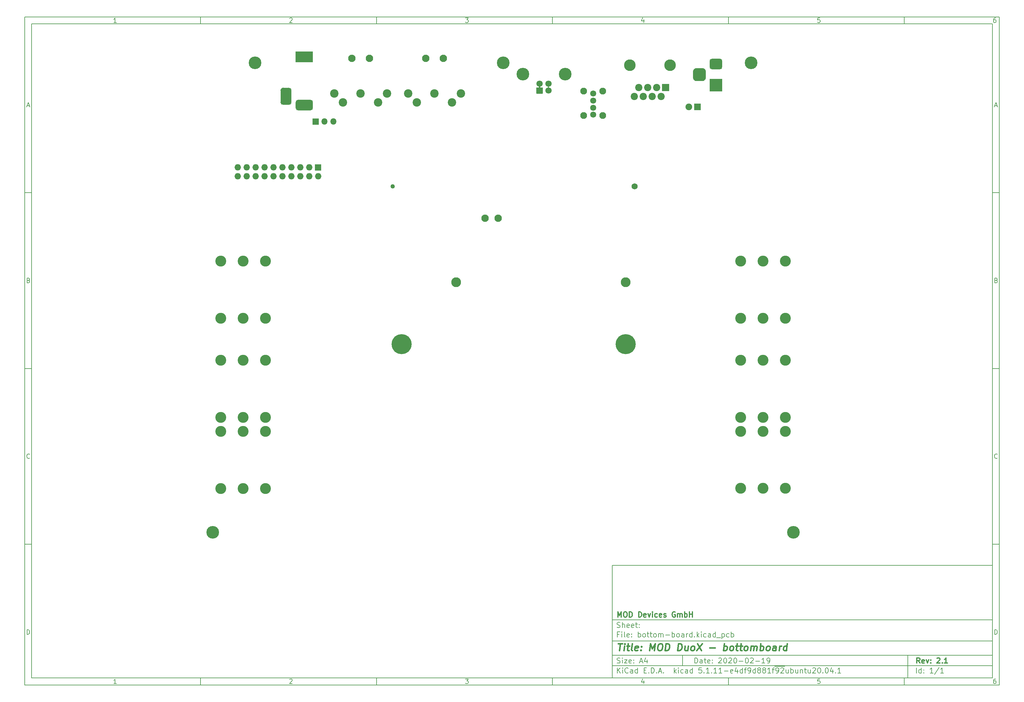
<source format=gbr>
G04 #@! TF.GenerationSoftware,KiCad,Pcbnew,5.1.11-e4df9d881f~92~ubuntu20.04.1*
G04 #@! TF.CreationDate,2021-11-17T14:43:54+01:00*
G04 #@! TF.ProjectId,bottom-board,626f7474-6f6d-42d6-926f-6172642e6b69,2.1*
G04 #@! TF.SameCoordinates,PX48111b4PY15fd6c8*
G04 #@! TF.FileFunction,Soldermask,Bot*
G04 #@! TF.FilePolarity,Negative*
%FSLAX46Y46*%
G04 Gerber Fmt 4.6, Leading zero omitted, Abs format (unit mm)*
G04 Created by KiCad (PCBNEW 5.1.11-e4df9d881f~92~ubuntu20.04.1) date 2021-11-17 14:43:54*
%MOMM*%
%LPD*%
G01*
G04 APERTURE LIST*
%ADD10C,0.100000*%
%ADD11C,0.150000*%
%ADD12C,0.300000*%
%ADD13C,0.400000*%
%ADD14C,2.100000*%
%ADD15C,1.250000*%
%ADD16C,1.750000*%
%ADD17C,2.800000*%
%ADD18C,3.600000*%
%ADD19C,5.700000*%
%ADD20C,1.900000*%
%ADD21O,1.827200X1.827200*%
%ADD22C,3.100000*%
%ADD23O,1.800000X1.800000*%
%ADD24C,1.800000*%
%ADD25C,1.720000*%
%ADD26C,1.950000*%
%ADD27C,2.400000*%
%ADD28C,2.060000*%
%ADD29C,3.300000*%
G04 APERTURE END LIST*
D10*
D11*
X101434660Y-142949080D02*
X101434660Y-174949080D01*
X209434660Y-174949080D01*
X209434660Y-142949080D01*
X101434660Y-142949080D01*
D10*
D11*
X-65567540Y13058120D02*
X-65567540Y-176949080D01*
X211434660Y-176949080D01*
X211434660Y13058120D01*
X-65567540Y13058120D01*
D10*
D11*
X-63567540Y11058120D02*
X-63567540Y-174949080D01*
X209434660Y-174949080D01*
X209434660Y11058120D01*
X-63567540Y11058120D01*
D10*
D11*
X-15567540Y11058120D02*
X-15567540Y13058120D01*
D10*
D11*
X34432460Y11058120D02*
X34432460Y13058120D01*
D10*
D11*
X84432460Y11058120D02*
X84432460Y13058120D01*
D10*
D11*
X134432460Y11058120D02*
X134432460Y13058120D01*
D10*
D11*
X184432460Y11058120D02*
X184432460Y13058120D01*
D10*
D11*
X-39502064Y11470025D02*
X-40244921Y11470025D01*
X-39873493Y11470025D02*
X-39873493Y12770025D01*
X-39997302Y12584311D01*
X-40121112Y12460501D01*
X-40244921Y12398597D01*
D10*
D11*
X9755079Y12646216D02*
X9816983Y12708120D01*
X9940793Y12770025D01*
X10250317Y12770025D01*
X10374126Y12708120D01*
X10436031Y12646216D01*
X10497936Y12522406D01*
X10497936Y12398597D01*
X10436031Y12212882D01*
X9693174Y11470025D01*
X10497936Y11470025D01*
D10*
D11*
X59693174Y12770025D02*
X60497936Y12770025D01*
X60064602Y12274787D01*
X60250317Y12274787D01*
X60374126Y12212882D01*
X60436031Y12150978D01*
X60497936Y12027168D01*
X60497936Y11717644D01*
X60436031Y11593835D01*
X60374126Y11531930D01*
X60250317Y11470025D01*
X59878888Y11470025D01*
X59755079Y11531930D01*
X59693174Y11593835D01*
D10*
D11*
X110374126Y12336692D02*
X110374126Y11470025D01*
X110064602Y12831930D02*
X109755079Y11903359D01*
X110559840Y11903359D01*
D10*
D11*
X160436031Y12770025D02*
X159816983Y12770025D01*
X159755079Y12150978D01*
X159816983Y12212882D01*
X159940793Y12274787D01*
X160250317Y12274787D01*
X160374126Y12212882D01*
X160436031Y12150978D01*
X160497936Y12027168D01*
X160497936Y11717644D01*
X160436031Y11593835D01*
X160374126Y11531930D01*
X160250317Y11470025D01*
X159940793Y11470025D01*
X159816983Y11531930D01*
X159755079Y11593835D01*
D10*
D11*
X210374126Y12770025D02*
X210126507Y12770025D01*
X210002698Y12708120D01*
X209940793Y12646216D01*
X209816983Y12460501D01*
X209755079Y12212882D01*
X209755079Y11717644D01*
X209816983Y11593835D01*
X209878888Y11531930D01*
X210002698Y11470025D01*
X210250317Y11470025D01*
X210374126Y11531930D01*
X210436031Y11593835D01*
X210497936Y11717644D01*
X210497936Y12027168D01*
X210436031Y12150978D01*
X210374126Y12212882D01*
X210250317Y12274787D01*
X210002698Y12274787D01*
X209878888Y12212882D01*
X209816983Y12150978D01*
X209755079Y12027168D01*
D10*
D11*
X-15567540Y-174949080D02*
X-15567540Y-176949080D01*
D10*
D11*
X34432460Y-174949080D02*
X34432460Y-176949080D01*
D10*
D11*
X84432460Y-174949080D02*
X84432460Y-176949080D01*
D10*
D11*
X134432460Y-174949080D02*
X134432460Y-176949080D01*
D10*
D11*
X184432460Y-174949080D02*
X184432460Y-176949080D01*
D10*
D11*
X-39502064Y-176537175D02*
X-40244921Y-176537175D01*
X-39873493Y-176537175D02*
X-39873493Y-175237175D01*
X-39997302Y-175422889D01*
X-40121112Y-175546699D01*
X-40244921Y-175608603D01*
D10*
D11*
X9755079Y-175360984D02*
X9816983Y-175299080D01*
X9940793Y-175237175D01*
X10250317Y-175237175D01*
X10374126Y-175299080D01*
X10436031Y-175360984D01*
X10497936Y-175484794D01*
X10497936Y-175608603D01*
X10436031Y-175794318D01*
X9693174Y-176537175D01*
X10497936Y-176537175D01*
D10*
D11*
X59693174Y-175237175D02*
X60497936Y-175237175D01*
X60064602Y-175732413D01*
X60250317Y-175732413D01*
X60374126Y-175794318D01*
X60436031Y-175856222D01*
X60497936Y-175980032D01*
X60497936Y-176289556D01*
X60436031Y-176413365D01*
X60374126Y-176475270D01*
X60250317Y-176537175D01*
X59878888Y-176537175D01*
X59755079Y-176475270D01*
X59693174Y-176413365D01*
D10*
D11*
X110374126Y-175670508D02*
X110374126Y-176537175D01*
X110064602Y-175175270D02*
X109755079Y-176103841D01*
X110559840Y-176103841D01*
D10*
D11*
X160436031Y-175237175D02*
X159816983Y-175237175D01*
X159755079Y-175856222D01*
X159816983Y-175794318D01*
X159940793Y-175732413D01*
X160250317Y-175732413D01*
X160374126Y-175794318D01*
X160436031Y-175856222D01*
X160497936Y-175980032D01*
X160497936Y-176289556D01*
X160436031Y-176413365D01*
X160374126Y-176475270D01*
X160250317Y-176537175D01*
X159940793Y-176537175D01*
X159816983Y-176475270D01*
X159755079Y-176413365D01*
D10*
D11*
X210374126Y-175237175D02*
X210126507Y-175237175D01*
X210002698Y-175299080D01*
X209940793Y-175360984D01*
X209816983Y-175546699D01*
X209755079Y-175794318D01*
X209755079Y-176289556D01*
X209816983Y-176413365D01*
X209878888Y-176475270D01*
X210002698Y-176537175D01*
X210250317Y-176537175D01*
X210374126Y-176475270D01*
X210436031Y-176413365D01*
X210497936Y-176289556D01*
X210497936Y-175980032D01*
X210436031Y-175856222D01*
X210374126Y-175794318D01*
X210250317Y-175732413D01*
X210002698Y-175732413D01*
X209878888Y-175794318D01*
X209816983Y-175856222D01*
X209755079Y-175980032D01*
D10*
D11*
X-65567540Y-36941880D02*
X-63567540Y-36941880D01*
D10*
D11*
X-65567540Y-86941880D02*
X-63567540Y-86941880D01*
D10*
D11*
X-65567540Y-136941880D02*
X-63567540Y-136941880D01*
D10*
D11*
X-64877064Y-12158546D02*
X-64258017Y-12158546D01*
X-65000874Y-12529975D02*
X-64567540Y-11229975D01*
X-64134207Y-12529975D01*
D10*
D11*
X-64474683Y-61849022D02*
X-64288969Y-61910927D01*
X-64227064Y-61972832D01*
X-64165160Y-62096641D01*
X-64165160Y-62282356D01*
X-64227064Y-62406165D01*
X-64288969Y-62468070D01*
X-64412779Y-62529975D01*
X-64908017Y-62529975D01*
X-64908017Y-61229975D01*
X-64474683Y-61229975D01*
X-64350874Y-61291880D01*
X-64288969Y-61353784D01*
X-64227064Y-61477594D01*
X-64227064Y-61601403D01*
X-64288969Y-61725213D01*
X-64350874Y-61787118D01*
X-64474683Y-61849022D01*
X-64908017Y-61849022D01*
D10*
D11*
X-64165160Y-112406165D02*
X-64227064Y-112468070D01*
X-64412779Y-112529975D01*
X-64536588Y-112529975D01*
X-64722302Y-112468070D01*
X-64846112Y-112344260D01*
X-64908017Y-112220451D01*
X-64969921Y-111972832D01*
X-64969921Y-111787118D01*
X-64908017Y-111539499D01*
X-64846112Y-111415689D01*
X-64722302Y-111291880D01*
X-64536588Y-111229975D01*
X-64412779Y-111229975D01*
X-64227064Y-111291880D01*
X-64165160Y-111353784D01*
D10*
D11*
X-64908017Y-162529975D02*
X-64908017Y-161229975D01*
X-64598493Y-161229975D01*
X-64412779Y-161291880D01*
X-64288969Y-161415689D01*
X-64227064Y-161539499D01*
X-64165160Y-161787118D01*
X-64165160Y-161972832D01*
X-64227064Y-162220451D01*
X-64288969Y-162344260D01*
X-64412779Y-162468070D01*
X-64598493Y-162529975D01*
X-64908017Y-162529975D01*
D10*
D11*
X211434660Y-36941880D02*
X209434660Y-36941880D01*
D10*
D11*
X211434660Y-86941880D02*
X209434660Y-86941880D01*
D10*
D11*
X211434660Y-136941880D02*
X209434660Y-136941880D01*
D10*
D11*
X210125136Y-12158546D02*
X210744183Y-12158546D01*
X210001326Y-12529975D02*
X210434660Y-11229975D01*
X210867993Y-12529975D01*
D10*
D11*
X210527517Y-61849022D02*
X210713231Y-61910927D01*
X210775136Y-61972832D01*
X210837040Y-62096641D01*
X210837040Y-62282356D01*
X210775136Y-62406165D01*
X210713231Y-62468070D01*
X210589421Y-62529975D01*
X210094183Y-62529975D01*
X210094183Y-61229975D01*
X210527517Y-61229975D01*
X210651326Y-61291880D01*
X210713231Y-61353784D01*
X210775136Y-61477594D01*
X210775136Y-61601403D01*
X210713231Y-61725213D01*
X210651326Y-61787118D01*
X210527517Y-61849022D01*
X210094183Y-61849022D01*
D10*
D11*
X210837040Y-112406165D02*
X210775136Y-112468070D01*
X210589421Y-112529975D01*
X210465612Y-112529975D01*
X210279898Y-112468070D01*
X210156088Y-112344260D01*
X210094183Y-112220451D01*
X210032279Y-111972832D01*
X210032279Y-111787118D01*
X210094183Y-111539499D01*
X210156088Y-111415689D01*
X210279898Y-111291880D01*
X210465612Y-111229975D01*
X210589421Y-111229975D01*
X210775136Y-111291880D01*
X210837040Y-111353784D01*
D10*
D11*
X210094183Y-162529975D02*
X210094183Y-161229975D01*
X210403707Y-161229975D01*
X210589421Y-161291880D01*
X210713231Y-161415689D01*
X210775136Y-161539499D01*
X210837040Y-161787118D01*
X210837040Y-161972832D01*
X210775136Y-162220451D01*
X210713231Y-162344260D01*
X210589421Y-162468070D01*
X210403707Y-162529975D01*
X210094183Y-162529975D01*
D10*
D11*
X124866802Y-170727651D02*
X124866802Y-169227651D01*
X125223945Y-169227651D01*
X125438231Y-169299080D01*
X125581088Y-169441937D01*
X125652517Y-169584794D01*
X125723945Y-169870508D01*
X125723945Y-170084794D01*
X125652517Y-170370508D01*
X125581088Y-170513365D01*
X125438231Y-170656222D01*
X125223945Y-170727651D01*
X124866802Y-170727651D01*
X127009660Y-170727651D02*
X127009660Y-169941937D01*
X126938231Y-169799080D01*
X126795374Y-169727651D01*
X126509660Y-169727651D01*
X126366802Y-169799080D01*
X127009660Y-170656222D02*
X126866802Y-170727651D01*
X126509660Y-170727651D01*
X126366802Y-170656222D01*
X126295374Y-170513365D01*
X126295374Y-170370508D01*
X126366802Y-170227651D01*
X126509660Y-170156222D01*
X126866802Y-170156222D01*
X127009660Y-170084794D01*
X127509660Y-169727651D02*
X128081088Y-169727651D01*
X127723945Y-169227651D02*
X127723945Y-170513365D01*
X127795374Y-170656222D01*
X127938231Y-170727651D01*
X128081088Y-170727651D01*
X129152517Y-170656222D02*
X129009660Y-170727651D01*
X128723945Y-170727651D01*
X128581088Y-170656222D01*
X128509660Y-170513365D01*
X128509660Y-169941937D01*
X128581088Y-169799080D01*
X128723945Y-169727651D01*
X129009660Y-169727651D01*
X129152517Y-169799080D01*
X129223945Y-169941937D01*
X129223945Y-170084794D01*
X128509660Y-170227651D01*
X129866802Y-170584794D02*
X129938231Y-170656222D01*
X129866802Y-170727651D01*
X129795374Y-170656222D01*
X129866802Y-170584794D01*
X129866802Y-170727651D01*
X129866802Y-169799080D02*
X129938231Y-169870508D01*
X129866802Y-169941937D01*
X129795374Y-169870508D01*
X129866802Y-169799080D01*
X129866802Y-169941937D01*
X131652517Y-169370508D02*
X131723945Y-169299080D01*
X131866802Y-169227651D01*
X132223945Y-169227651D01*
X132366802Y-169299080D01*
X132438231Y-169370508D01*
X132509660Y-169513365D01*
X132509660Y-169656222D01*
X132438231Y-169870508D01*
X131581088Y-170727651D01*
X132509660Y-170727651D01*
X133438231Y-169227651D02*
X133581088Y-169227651D01*
X133723945Y-169299080D01*
X133795374Y-169370508D01*
X133866802Y-169513365D01*
X133938231Y-169799080D01*
X133938231Y-170156222D01*
X133866802Y-170441937D01*
X133795374Y-170584794D01*
X133723945Y-170656222D01*
X133581088Y-170727651D01*
X133438231Y-170727651D01*
X133295374Y-170656222D01*
X133223945Y-170584794D01*
X133152517Y-170441937D01*
X133081088Y-170156222D01*
X133081088Y-169799080D01*
X133152517Y-169513365D01*
X133223945Y-169370508D01*
X133295374Y-169299080D01*
X133438231Y-169227651D01*
X134509660Y-169370508D02*
X134581088Y-169299080D01*
X134723945Y-169227651D01*
X135081088Y-169227651D01*
X135223945Y-169299080D01*
X135295374Y-169370508D01*
X135366802Y-169513365D01*
X135366802Y-169656222D01*
X135295374Y-169870508D01*
X134438231Y-170727651D01*
X135366802Y-170727651D01*
X136295374Y-169227651D02*
X136438231Y-169227651D01*
X136581088Y-169299080D01*
X136652517Y-169370508D01*
X136723945Y-169513365D01*
X136795374Y-169799080D01*
X136795374Y-170156222D01*
X136723945Y-170441937D01*
X136652517Y-170584794D01*
X136581088Y-170656222D01*
X136438231Y-170727651D01*
X136295374Y-170727651D01*
X136152517Y-170656222D01*
X136081088Y-170584794D01*
X136009660Y-170441937D01*
X135938231Y-170156222D01*
X135938231Y-169799080D01*
X136009660Y-169513365D01*
X136081088Y-169370508D01*
X136152517Y-169299080D01*
X136295374Y-169227651D01*
X137438231Y-170156222D02*
X138581088Y-170156222D01*
X139581088Y-169227651D02*
X139723945Y-169227651D01*
X139866802Y-169299080D01*
X139938231Y-169370508D01*
X140009660Y-169513365D01*
X140081088Y-169799080D01*
X140081088Y-170156222D01*
X140009660Y-170441937D01*
X139938231Y-170584794D01*
X139866802Y-170656222D01*
X139723945Y-170727651D01*
X139581088Y-170727651D01*
X139438231Y-170656222D01*
X139366802Y-170584794D01*
X139295374Y-170441937D01*
X139223945Y-170156222D01*
X139223945Y-169799080D01*
X139295374Y-169513365D01*
X139366802Y-169370508D01*
X139438231Y-169299080D01*
X139581088Y-169227651D01*
X140652517Y-169370508D02*
X140723945Y-169299080D01*
X140866802Y-169227651D01*
X141223945Y-169227651D01*
X141366802Y-169299080D01*
X141438231Y-169370508D01*
X141509660Y-169513365D01*
X141509660Y-169656222D01*
X141438231Y-169870508D01*
X140581088Y-170727651D01*
X141509660Y-170727651D01*
X142152517Y-170156222D02*
X143295374Y-170156222D01*
X144795374Y-170727651D02*
X143938231Y-170727651D01*
X144366802Y-170727651D02*
X144366802Y-169227651D01*
X144223945Y-169441937D01*
X144081088Y-169584794D01*
X143938231Y-169656222D01*
X145509660Y-170727651D02*
X145795374Y-170727651D01*
X145938231Y-170656222D01*
X146009660Y-170584794D01*
X146152517Y-170370508D01*
X146223945Y-170084794D01*
X146223945Y-169513365D01*
X146152517Y-169370508D01*
X146081088Y-169299080D01*
X145938231Y-169227651D01*
X145652517Y-169227651D01*
X145509660Y-169299080D01*
X145438231Y-169370508D01*
X145366802Y-169513365D01*
X145366802Y-169870508D01*
X145438231Y-170013365D01*
X145509660Y-170084794D01*
X145652517Y-170156222D01*
X145938231Y-170156222D01*
X146081088Y-170084794D01*
X146152517Y-170013365D01*
X146223945Y-169870508D01*
D10*
D11*
X101434660Y-171449080D02*
X209434660Y-171449080D01*
D10*
D11*
X102866802Y-173527651D02*
X102866802Y-172027651D01*
X103723945Y-173527651D02*
X103081088Y-172670508D01*
X103723945Y-172027651D02*
X102866802Y-172884794D01*
X104366802Y-173527651D02*
X104366802Y-172527651D01*
X104366802Y-172027651D02*
X104295374Y-172099080D01*
X104366802Y-172170508D01*
X104438231Y-172099080D01*
X104366802Y-172027651D01*
X104366802Y-172170508D01*
X105938231Y-173384794D02*
X105866802Y-173456222D01*
X105652517Y-173527651D01*
X105509660Y-173527651D01*
X105295374Y-173456222D01*
X105152517Y-173313365D01*
X105081088Y-173170508D01*
X105009660Y-172884794D01*
X105009660Y-172670508D01*
X105081088Y-172384794D01*
X105152517Y-172241937D01*
X105295374Y-172099080D01*
X105509660Y-172027651D01*
X105652517Y-172027651D01*
X105866802Y-172099080D01*
X105938231Y-172170508D01*
X107223945Y-173527651D02*
X107223945Y-172741937D01*
X107152517Y-172599080D01*
X107009660Y-172527651D01*
X106723945Y-172527651D01*
X106581088Y-172599080D01*
X107223945Y-173456222D02*
X107081088Y-173527651D01*
X106723945Y-173527651D01*
X106581088Y-173456222D01*
X106509660Y-173313365D01*
X106509660Y-173170508D01*
X106581088Y-173027651D01*
X106723945Y-172956222D01*
X107081088Y-172956222D01*
X107223945Y-172884794D01*
X108581088Y-173527651D02*
X108581088Y-172027651D01*
X108581088Y-173456222D02*
X108438231Y-173527651D01*
X108152517Y-173527651D01*
X108009660Y-173456222D01*
X107938231Y-173384794D01*
X107866802Y-173241937D01*
X107866802Y-172813365D01*
X107938231Y-172670508D01*
X108009660Y-172599080D01*
X108152517Y-172527651D01*
X108438231Y-172527651D01*
X108581088Y-172599080D01*
X110438231Y-172741937D02*
X110938231Y-172741937D01*
X111152517Y-173527651D02*
X110438231Y-173527651D01*
X110438231Y-172027651D01*
X111152517Y-172027651D01*
X111795374Y-173384794D02*
X111866802Y-173456222D01*
X111795374Y-173527651D01*
X111723945Y-173456222D01*
X111795374Y-173384794D01*
X111795374Y-173527651D01*
X112509660Y-173527651D02*
X112509660Y-172027651D01*
X112866802Y-172027651D01*
X113081088Y-172099080D01*
X113223945Y-172241937D01*
X113295374Y-172384794D01*
X113366802Y-172670508D01*
X113366802Y-172884794D01*
X113295374Y-173170508D01*
X113223945Y-173313365D01*
X113081088Y-173456222D01*
X112866802Y-173527651D01*
X112509660Y-173527651D01*
X114009660Y-173384794D02*
X114081088Y-173456222D01*
X114009660Y-173527651D01*
X113938231Y-173456222D01*
X114009660Y-173384794D01*
X114009660Y-173527651D01*
X114652517Y-173099080D02*
X115366802Y-173099080D01*
X114509660Y-173527651D02*
X115009660Y-172027651D01*
X115509660Y-173527651D01*
X116009660Y-173384794D02*
X116081088Y-173456222D01*
X116009660Y-173527651D01*
X115938231Y-173456222D01*
X116009660Y-173384794D01*
X116009660Y-173527651D01*
X119009660Y-173527651D02*
X119009660Y-172027651D01*
X119152517Y-172956222D02*
X119581088Y-173527651D01*
X119581088Y-172527651D02*
X119009660Y-173099080D01*
X120223945Y-173527651D02*
X120223945Y-172527651D01*
X120223945Y-172027651D02*
X120152517Y-172099080D01*
X120223945Y-172170508D01*
X120295374Y-172099080D01*
X120223945Y-172027651D01*
X120223945Y-172170508D01*
X121581088Y-173456222D02*
X121438231Y-173527651D01*
X121152517Y-173527651D01*
X121009660Y-173456222D01*
X120938231Y-173384794D01*
X120866802Y-173241937D01*
X120866802Y-172813365D01*
X120938231Y-172670508D01*
X121009660Y-172599080D01*
X121152517Y-172527651D01*
X121438231Y-172527651D01*
X121581088Y-172599080D01*
X122866802Y-173527651D02*
X122866802Y-172741937D01*
X122795374Y-172599080D01*
X122652517Y-172527651D01*
X122366802Y-172527651D01*
X122223945Y-172599080D01*
X122866802Y-173456222D02*
X122723945Y-173527651D01*
X122366802Y-173527651D01*
X122223945Y-173456222D01*
X122152517Y-173313365D01*
X122152517Y-173170508D01*
X122223945Y-173027651D01*
X122366802Y-172956222D01*
X122723945Y-172956222D01*
X122866802Y-172884794D01*
X124223945Y-173527651D02*
X124223945Y-172027651D01*
X124223945Y-173456222D02*
X124081088Y-173527651D01*
X123795374Y-173527651D01*
X123652517Y-173456222D01*
X123581088Y-173384794D01*
X123509660Y-173241937D01*
X123509660Y-172813365D01*
X123581088Y-172670508D01*
X123652517Y-172599080D01*
X123795374Y-172527651D01*
X124081088Y-172527651D01*
X124223945Y-172599080D01*
X126795374Y-172027651D02*
X126081088Y-172027651D01*
X126009660Y-172741937D01*
X126081088Y-172670508D01*
X126223945Y-172599080D01*
X126581088Y-172599080D01*
X126723945Y-172670508D01*
X126795374Y-172741937D01*
X126866802Y-172884794D01*
X126866802Y-173241937D01*
X126795374Y-173384794D01*
X126723945Y-173456222D01*
X126581088Y-173527651D01*
X126223945Y-173527651D01*
X126081088Y-173456222D01*
X126009660Y-173384794D01*
X127509660Y-173384794D02*
X127581088Y-173456222D01*
X127509660Y-173527651D01*
X127438231Y-173456222D01*
X127509660Y-173384794D01*
X127509660Y-173527651D01*
X129009660Y-173527651D02*
X128152517Y-173527651D01*
X128581088Y-173527651D02*
X128581088Y-172027651D01*
X128438231Y-172241937D01*
X128295374Y-172384794D01*
X128152517Y-172456222D01*
X129652517Y-173384794D02*
X129723945Y-173456222D01*
X129652517Y-173527651D01*
X129581088Y-173456222D01*
X129652517Y-173384794D01*
X129652517Y-173527651D01*
X131152517Y-173527651D02*
X130295374Y-173527651D01*
X130723945Y-173527651D02*
X130723945Y-172027651D01*
X130581088Y-172241937D01*
X130438231Y-172384794D01*
X130295374Y-172456222D01*
X132581088Y-173527651D02*
X131723945Y-173527651D01*
X132152517Y-173527651D02*
X132152517Y-172027651D01*
X132009660Y-172241937D01*
X131866802Y-172384794D01*
X131723945Y-172456222D01*
X133223945Y-172956222D02*
X134366802Y-172956222D01*
X135652517Y-173456222D02*
X135509660Y-173527651D01*
X135223945Y-173527651D01*
X135081088Y-173456222D01*
X135009660Y-173313365D01*
X135009660Y-172741937D01*
X135081088Y-172599080D01*
X135223945Y-172527651D01*
X135509660Y-172527651D01*
X135652517Y-172599080D01*
X135723945Y-172741937D01*
X135723945Y-172884794D01*
X135009660Y-173027651D01*
X137009660Y-172527651D02*
X137009660Y-173527651D01*
X136652517Y-171956222D02*
X136295374Y-173027651D01*
X137223945Y-173027651D01*
X138438231Y-173527651D02*
X138438231Y-172027651D01*
X138438231Y-173456222D02*
X138295374Y-173527651D01*
X138009660Y-173527651D01*
X137866802Y-173456222D01*
X137795374Y-173384794D01*
X137723945Y-173241937D01*
X137723945Y-172813365D01*
X137795374Y-172670508D01*
X137866802Y-172599080D01*
X138009660Y-172527651D01*
X138295374Y-172527651D01*
X138438231Y-172599080D01*
X138938231Y-172527651D02*
X139509660Y-172527651D01*
X139152517Y-173527651D02*
X139152517Y-172241937D01*
X139223945Y-172099080D01*
X139366802Y-172027651D01*
X139509660Y-172027651D01*
X140081088Y-173527651D02*
X140366802Y-173527651D01*
X140509660Y-173456222D01*
X140581088Y-173384794D01*
X140723945Y-173170508D01*
X140795374Y-172884794D01*
X140795374Y-172313365D01*
X140723945Y-172170508D01*
X140652517Y-172099080D01*
X140509660Y-172027651D01*
X140223945Y-172027651D01*
X140081088Y-172099080D01*
X140009660Y-172170508D01*
X139938231Y-172313365D01*
X139938231Y-172670508D01*
X140009660Y-172813365D01*
X140081088Y-172884794D01*
X140223945Y-172956222D01*
X140509660Y-172956222D01*
X140652517Y-172884794D01*
X140723945Y-172813365D01*
X140795374Y-172670508D01*
X142081088Y-173527651D02*
X142081088Y-172027651D01*
X142081088Y-173456222D02*
X141938231Y-173527651D01*
X141652517Y-173527651D01*
X141509660Y-173456222D01*
X141438231Y-173384794D01*
X141366802Y-173241937D01*
X141366802Y-172813365D01*
X141438231Y-172670508D01*
X141509660Y-172599080D01*
X141652517Y-172527651D01*
X141938231Y-172527651D01*
X142081088Y-172599080D01*
X143009660Y-172670508D02*
X142866802Y-172599080D01*
X142795374Y-172527651D01*
X142723945Y-172384794D01*
X142723945Y-172313365D01*
X142795374Y-172170508D01*
X142866802Y-172099080D01*
X143009660Y-172027651D01*
X143295374Y-172027651D01*
X143438231Y-172099080D01*
X143509660Y-172170508D01*
X143581088Y-172313365D01*
X143581088Y-172384794D01*
X143509660Y-172527651D01*
X143438231Y-172599080D01*
X143295374Y-172670508D01*
X143009660Y-172670508D01*
X142866802Y-172741937D01*
X142795374Y-172813365D01*
X142723945Y-172956222D01*
X142723945Y-173241937D01*
X142795374Y-173384794D01*
X142866802Y-173456222D01*
X143009660Y-173527651D01*
X143295374Y-173527651D01*
X143438231Y-173456222D01*
X143509660Y-173384794D01*
X143581088Y-173241937D01*
X143581088Y-172956222D01*
X143509660Y-172813365D01*
X143438231Y-172741937D01*
X143295374Y-172670508D01*
X144438231Y-172670508D02*
X144295374Y-172599080D01*
X144223945Y-172527651D01*
X144152517Y-172384794D01*
X144152517Y-172313365D01*
X144223945Y-172170508D01*
X144295374Y-172099080D01*
X144438231Y-172027651D01*
X144723945Y-172027651D01*
X144866802Y-172099080D01*
X144938231Y-172170508D01*
X145009660Y-172313365D01*
X145009660Y-172384794D01*
X144938231Y-172527651D01*
X144866802Y-172599080D01*
X144723945Y-172670508D01*
X144438231Y-172670508D01*
X144295374Y-172741937D01*
X144223945Y-172813365D01*
X144152517Y-172956222D01*
X144152517Y-173241937D01*
X144223945Y-173384794D01*
X144295374Y-173456222D01*
X144438231Y-173527651D01*
X144723945Y-173527651D01*
X144866802Y-173456222D01*
X144938231Y-173384794D01*
X145009660Y-173241937D01*
X145009660Y-172956222D01*
X144938231Y-172813365D01*
X144866802Y-172741937D01*
X144723945Y-172670508D01*
X146438231Y-173527651D02*
X145581088Y-173527651D01*
X146009660Y-173527651D02*
X146009660Y-172027651D01*
X145866802Y-172241937D01*
X145723945Y-172384794D01*
X145581088Y-172456222D01*
X146866802Y-172527651D02*
X147438231Y-172527651D01*
X147081088Y-173527651D02*
X147081088Y-172241937D01*
X147152517Y-172099080D01*
X147295374Y-172027651D01*
X147438231Y-172027651D01*
X147581088Y-171619080D02*
X149009660Y-171619080D01*
X148009660Y-173527651D02*
X148295374Y-173527651D01*
X148438231Y-173456222D01*
X148509660Y-173384794D01*
X148652517Y-173170508D01*
X148723945Y-172884794D01*
X148723945Y-172313365D01*
X148652517Y-172170508D01*
X148581088Y-172099080D01*
X148438231Y-172027651D01*
X148152517Y-172027651D01*
X148009660Y-172099080D01*
X147938231Y-172170508D01*
X147866802Y-172313365D01*
X147866802Y-172670508D01*
X147938231Y-172813365D01*
X148009660Y-172884794D01*
X148152517Y-172956222D01*
X148438231Y-172956222D01*
X148581088Y-172884794D01*
X148652517Y-172813365D01*
X148723945Y-172670508D01*
X149009660Y-171619080D02*
X150438231Y-171619080D01*
X149295374Y-172170508D02*
X149366802Y-172099080D01*
X149509660Y-172027651D01*
X149866802Y-172027651D01*
X150009660Y-172099080D01*
X150081088Y-172170508D01*
X150152517Y-172313365D01*
X150152517Y-172456222D01*
X150081088Y-172670508D01*
X149223945Y-173527651D01*
X150152517Y-173527651D01*
X151438231Y-172527651D02*
X151438231Y-173527651D01*
X150795374Y-172527651D02*
X150795374Y-173313365D01*
X150866802Y-173456222D01*
X151009660Y-173527651D01*
X151223945Y-173527651D01*
X151366802Y-173456222D01*
X151438231Y-173384794D01*
X152152517Y-173527651D02*
X152152517Y-172027651D01*
X152152517Y-172599080D02*
X152295374Y-172527651D01*
X152581088Y-172527651D01*
X152723945Y-172599080D01*
X152795374Y-172670508D01*
X152866802Y-172813365D01*
X152866802Y-173241937D01*
X152795374Y-173384794D01*
X152723945Y-173456222D01*
X152581088Y-173527651D01*
X152295374Y-173527651D01*
X152152517Y-173456222D01*
X154152517Y-172527651D02*
X154152517Y-173527651D01*
X153509660Y-172527651D02*
X153509660Y-173313365D01*
X153581088Y-173456222D01*
X153723945Y-173527651D01*
X153938231Y-173527651D01*
X154081088Y-173456222D01*
X154152517Y-173384794D01*
X154866802Y-172527651D02*
X154866802Y-173527651D01*
X154866802Y-172670508D02*
X154938231Y-172599080D01*
X155081088Y-172527651D01*
X155295374Y-172527651D01*
X155438231Y-172599080D01*
X155509660Y-172741937D01*
X155509660Y-173527651D01*
X156009660Y-172527651D02*
X156581088Y-172527651D01*
X156223945Y-172027651D02*
X156223945Y-173313365D01*
X156295374Y-173456222D01*
X156438231Y-173527651D01*
X156581088Y-173527651D01*
X157723945Y-172527651D02*
X157723945Y-173527651D01*
X157081088Y-172527651D02*
X157081088Y-173313365D01*
X157152517Y-173456222D01*
X157295374Y-173527651D01*
X157509660Y-173527651D01*
X157652517Y-173456222D01*
X157723945Y-173384794D01*
X158366802Y-172170508D02*
X158438231Y-172099080D01*
X158581088Y-172027651D01*
X158938231Y-172027651D01*
X159081088Y-172099080D01*
X159152517Y-172170508D01*
X159223945Y-172313365D01*
X159223945Y-172456222D01*
X159152517Y-172670508D01*
X158295374Y-173527651D01*
X159223945Y-173527651D01*
X160152517Y-172027651D02*
X160295374Y-172027651D01*
X160438231Y-172099080D01*
X160509660Y-172170508D01*
X160581088Y-172313365D01*
X160652517Y-172599080D01*
X160652517Y-172956222D01*
X160581088Y-173241937D01*
X160509660Y-173384794D01*
X160438231Y-173456222D01*
X160295374Y-173527651D01*
X160152517Y-173527651D01*
X160009660Y-173456222D01*
X159938231Y-173384794D01*
X159866802Y-173241937D01*
X159795374Y-172956222D01*
X159795374Y-172599080D01*
X159866802Y-172313365D01*
X159938231Y-172170508D01*
X160009660Y-172099080D01*
X160152517Y-172027651D01*
X161295374Y-173384794D02*
X161366802Y-173456222D01*
X161295374Y-173527651D01*
X161223945Y-173456222D01*
X161295374Y-173384794D01*
X161295374Y-173527651D01*
X162295374Y-172027651D02*
X162438231Y-172027651D01*
X162581088Y-172099080D01*
X162652517Y-172170508D01*
X162723945Y-172313365D01*
X162795374Y-172599080D01*
X162795374Y-172956222D01*
X162723945Y-173241937D01*
X162652517Y-173384794D01*
X162581088Y-173456222D01*
X162438231Y-173527651D01*
X162295374Y-173527651D01*
X162152517Y-173456222D01*
X162081088Y-173384794D01*
X162009660Y-173241937D01*
X161938231Y-172956222D01*
X161938231Y-172599080D01*
X162009660Y-172313365D01*
X162081088Y-172170508D01*
X162152517Y-172099080D01*
X162295374Y-172027651D01*
X164081088Y-172527651D02*
X164081088Y-173527651D01*
X163723945Y-171956222D02*
X163366802Y-173027651D01*
X164295374Y-173027651D01*
X164866802Y-173384794D02*
X164938231Y-173456222D01*
X164866802Y-173527651D01*
X164795374Y-173456222D01*
X164866802Y-173384794D01*
X164866802Y-173527651D01*
X166366802Y-173527651D02*
X165509659Y-173527651D01*
X165938231Y-173527651D02*
X165938231Y-172027651D01*
X165795374Y-172241937D01*
X165652517Y-172384794D01*
X165509659Y-172456222D01*
D10*
D11*
X101434660Y-168449080D02*
X209434660Y-168449080D01*
D10*
D12*
X188843945Y-170727651D02*
X188343945Y-170013365D01*
X187986802Y-170727651D02*
X187986802Y-169227651D01*
X188558231Y-169227651D01*
X188701088Y-169299080D01*
X188772517Y-169370508D01*
X188843945Y-169513365D01*
X188843945Y-169727651D01*
X188772517Y-169870508D01*
X188701088Y-169941937D01*
X188558231Y-170013365D01*
X187986802Y-170013365D01*
X190058231Y-170656222D02*
X189915374Y-170727651D01*
X189629660Y-170727651D01*
X189486802Y-170656222D01*
X189415374Y-170513365D01*
X189415374Y-169941937D01*
X189486802Y-169799080D01*
X189629660Y-169727651D01*
X189915374Y-169727651D01*
X190058231Y-169799080D01*
X190129660Y-169941937D01*
X190129660Y-170084794D01*
X189415374Y-170227651D01*
X190629660Y-169727651D02*
X190986802Y-170727651D01*
X191343945Y-169727651D01*
X191915374Y-170584794D02*
X191986802Y-170656222D01*
X191915374Y-170727651D01*
X191843945Y-170656222D01*
X191915374Y-170584794D01*
X191915374Y-170727651D01*
X191915374Y-169799080D02*
X191986802Y-169870508D01*
X191915374Y-169941937D01*
X191843945Y-169870508D01*
X191915374Y-169799080D01*
X191915374Y-169941937D01*
X193701088Y-169370508D02*
X193772517Y-169299080D01*
X193915374Y-169227651D01*
X194272517Y-169227651D01*
X194415374Y-169299080D01*
X194486802Y-169370508D01*
X194558231Y-169513365D01*
X194558231Y-169656222D01*
X194486802Y-169870508D01*
X193629660Y-170727651D01*
X194558231Y-170727651D01*
X195201088Y-170584794D02*
X195272517Y-170656222D01*
X195201088Y-170727651D01*
X195129660Y-170656222D01*
X195201088Y-170584794D01*
X195201088Y-170727651D01*
X196701088Y-170727651D02*
X195843945Y-170727651D01*
X196272517Y-170727651D02*
X196272517Y-169227651D01*
X196129660Y-169441937D01*
X195986802Y-169584794D01*
X195843945Y-169656222D01*
D10*
D11*
X102795374Y-170656222D02*
X103009660Y-170727651D01*
X103366802Y-170727651D01*
X103509660Y-170656222D01*
X103581088Y-170584794D01*
X103652517Y-170441937D01*
X103652517Y-170299080D01*
X103581088Y-170156222D01*
X103509660Y-170084794D01*
X103366802Y-170013365D01*
X103081088Y-169941937D01*
X102938231Y-169870508D01*
X102866802Y-169799080D01*
X102795374Y-169656222D01*
X102795374Y-169513365D01*
X102866802Y-169370508D01*
X102938231Y-169299080D01*
X103081088Y-169227651D01*
X103438231Y-169227651D01*
X103652517Y-169299080D01*
X104295374Y-170727651D02*
X104295374Y-169727651D01*
X104295374Y-169227651D02*
X104223945Y-169299080D01*
X104295374Y-169370508D01*
X104366802Y-169299080D01*
X104295374Y-169227651D01*
X104295374Y-169370508D01*
X104866802Y-169727651D02*
X105652517Y-169727651D01*
X104866802Y-170727651D01*
X105652517Y-170727651D01*
X106795374Y-170656222D02*
X106652517Y-170727651D01*
X106366802Y-170727651D01*
X106223945Y-170656222D01*
X106152517Y-170513365D01*
X106152517Y-169941937D01*
X106223945Y-169799080D01*
X106366802Y-169727651D01*
X106652517Y-169727651D01*
X106795374Y-169799080D01*
X106866802Y-169941937D01*
X106866802Y-170084794D01*
X106152517Y-170227651D01*
X107509660Y-170584794D02*
X107581088Y-170656222D01*
X107509660Y-170727651D01*
X107438231Y-170656222D01*
X107509660Y-170584794D01*
X107509660Y-170727651D01*
X107509660Y-169799080D02*
X107581088Y-169870508D01*
X107509660Y-169941937D01*
X107438231Y-169870508D01*
X107509660Y-169799080D01*
X107509660Y-169941937D01*
X109295374Y-170299080D02*
X110009660Y-170299080D01*
X109152517Y-170727651D02*
X109652517Y-169227651D01*
X110152517Y-170727651D01*
X111295374Y-169727651D02*
X111295374Y-170727651D01*
X110938231Y-169156222D02*
X110581088Y-170227651D01*
X111509660Y-170227651D01*
D10*
D11*
X187866802Y-173527651D02*
X187866802Y-172027651D01*
X189223945Y-173527651D02*
X189223945Y-172027651D01*
X189223945Y-173456222D02*
X189081088Y-173527651D01*
X188795374Y-173527651D01*
X188652517Y-173456222D01*
X188581088Y-173384794D01*
X188509660Y-173241937D01*
X188509660Y-172813365D01*
X188581088Y-172670508D01*
X188652517Y-172599080D01*
X188795374Y-172527651D01*
X189081088Y-172527651D01*
X189223945Y-172599080D01*
X189938231Y-173384794D02*
X190009660Y-173456222D01*
X189938231Y-173527651D01*
X189866802Y-173456222D01*
X189938231Y-173384794D01*
X189938231Y-173527651D01*
X189938231Y-172599080D02*
X190009660Y-172670508D01*
X189938231Y-172741937D01*
X189866802Y-172670508D01*
X189938231Y-172599080D01*
X189938231Y-172741937D01*
X192581088Y-173527651D02*
X191723945Y-173527651D01*
X192152517Y-173527651D02*
X192152517Y-172027651D01*
X192009660Y-172241937D01*
X191866802Y-172384794D01*
X191723945Y-172456222D01*
X194295374Y-171956222D02*
X193009660Y-173884794D01*
X195581088Y-173527651D02*
X194723945Y-173527651D01*
X195152517Y-173527651D02*
X195152517Y-172027651D01*
X195009660Y-172241937D01*
X194866802Y-172384794D01*
X194723945Y-172456222D01*
D10*
D11*
X101434660Y-164449080D02*
X209434660Y-164449080D01*
D10*
D13*
X103147040Y-165153841D02*
X104289898Y-165153841D01*
X103468469Y-167153841D02*
X103718469Y-165153841D01*
X104706564Y-167153841D02*
X104873231Y-165820508D01*
X104956564Y-165153841D02*
X104849421Y-165249080D01*
X104932755Y-165344318D01*
X105039898Y-165249080D01*
X104956564Y-165153841D01*
X104932755Y-165344318D01*
X105539898Y-165820508D02*
X106301802Y-165820508D01*
X105908945Y-165153841D02*
X105694660Y-166868127D01*
X105766088Y-167058603D01*
X105944660Y-167153841D01*
X106135136Y-167153841D01*
X107087517Y-167153841D02*
X106908945Y-167058603D01*
X106837517Y-166868127D01*
X107051802Y-165153841D01*
X108623231Y-167058603D02*
X108420850Y-167153841D01*
X108039898Y-167153841D01*
X107861326Y-167058603D01*
X107789898Y-166868127D01*
X107885136Y-166106222D01*
X108004183Y-165915746D01*
X108206564Y-165820508D01*
X108587517Y-165820508D01*
X108766088Y-165915746D01*
X108837517Y-166106222D01*
X108813707Y-166296699D01*
X107837517Y-166487175D01*
X109587517Y-166963365D02*
X109670850Y-167058603D01*
X109563707Y-167153841D01*
X109480374Y-167058603D01*
X109587517Y-166963365D01*
X109563707Y-167153841D01*
X109718469Y-165915746D02*
X109801802Y-166010984D01*
X109694660Y-166106222D01*
X109611326Y-166010984D01*
X109718469Y-165915746D01*
X109694660Y-166106222D01*
X112039898Y-167153841D02*
X112289898Y-165153841D01*
X112777993Y-166582413D01*
X113623231Y-165153841D01*
X113373231Y-167153841D01*
X114956564Y-165153841D02*
X115337517Y-165153841D01*
X115516088Y-165249080D01*
X115682755Y-165439556D01*
X115730374Y-165820508D01*
X115647040Y-166487175D01*
X115504183Y-166868127D01*
X115289898Y-167058603D01*
X115087517Y-167153841D01*
X114706564Y-167153841D01*
X114527993Y-167058603D01*
X114361326Y-166868127D01*
X114313707Y-166487175D01*
X114397040Y-165820508D01*
X114539898Y-165439556D01*
X114754183Y-165249080D01*
X114956564Y-165153841D01*
X116420850Y-167153841D02*
X116670850Y-165153841D01*
X117147040Y-165153841D01*
X117420850Y-165249080D01*
X117587517Y-165439556D01*
X117658945Y-165630032D01*
X117706564Y-166010984D01*
X117670850Y-166296699D01*
X117527993Y-166677651D01*
X117408945Y-166868127D01*
X117194660Y-167058603D01*
X116897040Y-167153841D01*
X116420850Y-167153841D01*
X119944660Y-167153841D02*
X120194660Y-165153841D01*
X120670850Y-165153841D01*
X120944660Y-165249080D01*
X121111326Y-165439556D01*
X121182755Y-165630032D01*
X121230374Y-166010984D01*
X121194660Y-166296699D01*
X121051802Y-166677651D01*
X120932755Y-166868127D01*
X120718469Y-167058603D01*
X120420850Y-167153841D01*
X119944660Y-167153841D01*
X122968469Y-165820508D02*
X122801802Y-167153841D01*
X122111326Y-165820508D02*
X121980374Y-166868127D01*
X122051802Y-167058603D01*
X122230374Y-167153841D01*
X122516088Y-167153841D01*
X122718469Y-167058603D01*
X122825612Y-166963365D01*
X124039898Y-167153841D02*
X123861326Y-167058603D01*
X123777993Y-166963365D01*
X123706564Y-166772889D01*
X123777993Y-166201460D01*
X123897040Y-166010984D01*
X124004183Y-165915746D01*
X124206564Y-165820508D01*
X124492279Y-165820508D01*
X124670850Y-165915746D01*
X124754183Y-166010984D01*
X124825612Y-166201460D01*
X124754183Y-166772889D01*
X124635136Y-166963365D01*
X124527993Y-167058603D01*
X124325612Y-167153841D01*
X124039898Y-167153841D01*
X125623231Y-165153841D02*
X126706564Y-167153841D01*
X126956564Y-165153841D02*
X125373231Y-167153841D01*
X129087517Y-166391937D02*
X130611326Y-166391937D01*
X132992279Y-167153841D02*
X133242279Y-165153841D01*
X133147040Y-165915746D02*
X133349421Y-165820508D01*
X133730374Y-165820508D01*
X133908945Y-165915746D01*
X133992279Y-166010984D01*
X134063707Y-166201460D01*
X133992279Y-166772889D01*
X133873231Y-166963365D01*
X133766088Y-167058603D01*
X133563707Y-167153841D01*
X133182755Y-167153841D01*
X133004183Y-167058603D01*
X135087517Y-167153841D02*
X134908945Y-167058603D01*
X134825612Y-166963365D01*
X134754183Y-166772889D01*
X134825612Y-166201460D01*
X134944660Y-166010984D01*
X135051802Y-165915746D01*
X135254183Y-165820508D01*
X135539898Y-165820508D01*
X135718469Y-165915746D01*
X135801802Y-166010984D01*
X135873231Y-166201460D01*
X135801802Y-166772889D01*
X135682755Y-166963365D01*
X135575612Y-167058603D01*
X135373231Y-167153841D01*
X135087517Y-167153841D01*
X136492279Y-165820508D02*
X137254183Y-165820508D01*
X136861326Y-165153841D02*
X136647040Y-166868127D01*
X136718469Y-167058603D01*
X136897040Y-167153841D01*
X137087517Y-167153841D01*
X137635136Y-165820508D02*
X138397040Y-165820508D01*
X138004183Y-165153841D02*
X137789898Y-166868127D01*
X137861326Y-167058603D01*
X138039898Y-167153841D01*
X138230374Y-167153841D01*
X139182755Y-167153841D02*
X139004183Y-167058603D01*
X138920850Y-166963365D01*
X138849421Y-166772889D01*
X138920850Y-166201460D01*
X139039898Y-166010984D01*
X139147040Y-165915746D01*
X139349421Y-165820508D01*
X139635136Y-165820508D01*
X139813707Y-165915746D01*
X139897040Y-166010984D01*
X139968469Y-166201460D01*
X139897040Y-166772889D01*
X139777993Y-166963365D01*
X139670850Y-167058603D01*
X139468469Y-167153841D01*
X139182755Y-167153841D01*
X140706564Y-167153841D02*
X140873231Y-165820508D01*
X140849421Y-166010984D02*
X140956564Y-165915746D01*
X141158945Y-165820508D01*
X141444660Y-165820508D01*
X141623231Y-165915746D01*
X141694660Y-166106222D01*
X141563707Y-167153841D01*
X141694660Y-166106222D02*
X141813707Y-165915746D01*
X142016088Y-165820508D01*
X142301802Y-165820508D01*
X142480374Y-165915746D01*
X142551802Y-166106222D01*
X142420850Y-167153841D01*
X143373231Y-167153841D02*
X143623231Y-165153841D01*
X143527993Y-165915746D02*
X143730374Y-165820508D01*
X144111326Y-165820508D01*
X144289898Y-165915746D01*
X144373231Y-166010984D01*
X144444660Y-166201460D01*
X144373231Y-166772889D01*
X144254183Y-166963365D01*
X144147040Y-167058603D01*
X143944660Y-167153841D01*
X143563707Y-167153841D01*
X143385136Y-167058603D01*
X145468469Y-167153841D02*
X145289898Y-167058603D01*
X145206564Y-166963365D01*
X145135136Y-166772889D01*
X145206564Y-166201460D01*
X145325612Y-166010984D01*
X145432755Y-165915746D01*
X145635136Y-165820508D01*
X145920850Y-165820508D01*
X146099421Y-165915746D01*
X146182755Y-166010984D01*
X146254183Y-166201460D01*
X146182755Y-166772889D01*
X146063707Y-166963365D01*
X145956564Y-167058603D01*
X145754183Y-167153841D01*
X145468469Y-167153841D01*
X147849421Y-167153841D02*
X147980374Y-166106222D01*
X147908945Y-165915746D01*
X147730374Y-165820508D01*
X147349421Y-165820508D01*
X147147040Y-165915746D01*
X147861326Y-167058603D02*
X147658945Y-167153841D01*
X147182755Y-167153841D01*
X147004183Y-167058603D01*
X146932755Y-166868127D01*
X146956564Y-166677651D01*
X147075612Y-166487175D01*
X147277993Y-166391937D01*
X147754183Y-166391937D01*
X147956564Y-166296699D01*
X148801802Y-167153841D02*
X148968469Y-165820508D01*
X148920850Y-166201460D02*
X149039898Y-166010984D01*
X149147040Y-165915746D01*
X149349421Y-165820508D01*
X149539898Y-165820508D01*
X150897040Y-167153841D02*
X151147040Y-165153841D01*
X150908945Y-167058603D02*
X150706564Y-167153841D01*
X150325612Y-167153841D01*
X150147040Y-167058603D01*
X150063707Y-166963365D01*
X149992279Y-166772889D01*
X150063707Y-166201460D01*
X150182755Y-166010984D01*
X150289898Y-165915746D01*
X150492279Y-165820508D01*
X150873231Y-165820508D01*
X151051802Y-165915746D01*
D10*
D11*
X103366802Y-162541937D02*
X102866802Y-162541937D01*
X102866802Y-163327651D02*
X102866802Y-161827651D01*
X103581088Y-161827651D01*
X104152517Y-163327651D02*
X104152517Y-162327651D01*
X104152517Y-161827651D02*
X104081088Y-161899080D01*
X104152517Y-161970508D01*
X104223945Y-161899080D01*
X104152517Y-161827651D01*
X104152517Y-161970508D01*
X105081088Y-163327651D02*
X104938231Y-163256222D01*
X104866802Y-163113365D01*
X104866802Y-161827651D01*
X106223945Y-163256222D02*
X106081088Y-163327651D01*
X105795374Y-163327651D01*
X105652517Y-163256222D01*
X105581088Y-163113365D01*
X105581088Y-162541937D01*
X105652517Y-162399080D01*
X105795374Y-162327651D01*
X106081088Y-162327651D01*
X106223945Y-162399080D01*
X106295374Y-162541937D01*
X106295374Y-162684794D01*
X105581088Y-162827651D01*
X106938231Y-163184794D02*
X107009660Y-163256222D01*
X106938231Y-163327651D01*
X106866802Y-163256222D01*
X106938231Y-163184794D01*
X106938231Y-163327651D01*
X106938231Y-162399080D02*
X107009660Y-162470508D01*
X106938231Y-162541937D01*
X106866802Y-162470508D01*
X106938231Y-162399080D01*
X106938231Y-162541937D01*
X108795374Y-163327651D02*
X108795374Y-161827651D01*
X108795374Y-162399080D02*
X108938231Y-162327651D01*
X109223945Y-162327651D01*
X109366802Y-162399080D01*
X109438231Y-162470508D01*
X109509660Y-162613365D01*
X109509660Y-163041937D01*
X109438231Y-163184794D01*
X109366802Y-163256222D01*
X109223945Y-163327651D01*
X108938231Y-163327651D01*
X108795374Y-163256222D01*
X110366802Y-163327651D02*
X110223945Y-163256222D01*
X110152517Y-163184794D01*
X110081088Y-163041937D01*
X110081088Y-162613365D01*
X110152517Y-162470508D01*
X110223945Y-162399080D01*
X110366802Y-162327651D01*
X110581088Y-162327651D01*
X110723945Y-162399080D01*
X110795374Y-162470508D01*
X110866802Y-162613365D01*
X110866802Y-163041937D01*
X110795374Y-163184794D01*
X110723945Y-163256222D01*
X110581088Y-163327651D01*
X110366802Y-163327651D01*
X111295374Y-162327651D02*
X111866802Y-162327651D01*
X111509660Y-161827651D02*
X111509660Y-163113365D01*
X111581088Y-163256222D01*
X111723945Y-163327651D01*
X111866802Y-163327651D01*
X112152517Y-162327651D02*
X112723945Y-162327651D01*
X112366802Y-161827651D02*
X112366802Y-163113365D01*
X112438231Y-163256222D01*
X112581088Y-163327651D01*
X112723945Y-163327651D01*
X113438231Y-163327651D02*
X113295374Y-163256222D01*
X113223945Y-163184794D01*
X113152517Y-163041937D01*
X113152517Y-162613365D01*
X113223945Y-162470508D01*
X113295374Y-162399080D01*
X113438231Y-162327651D01*
X113652517Y-162327651D01*
X113795374Y-162399080D01*
X113866802Y-162470508D01*
X113938231Y-162613365D01*
X113938231Y-163041937D01*
X113866802Y-163184794D01*
X113795374Y-163256222D01*
X113652517Y-163327651D01*
X113438231Y-163327651D01*
X114581088Y-163327651D02*
X114581088Y-162327651D01*
X114581088Y-162470508D02*
X114652517Y-162399080D01*
X114795374Y-162327651D01*
X115009660Y-162327651D01*
X115152517Y-162399080D01*
X115223945Y-162541937D01*
X115223945Y-163327651D01*
X115223945Y-162541937D02*
X115295374Y-162399080D01*
X115438231Y-162327651D01*
X115652517Y-162327651D01*
X115795374Y-162399080D01*
X115866802Y-162541937D01*
X115866802Y-163327651D01*
X116581088Y-162756222D02*
X117723945Y-162756222D01*
X118438231Y-163327651D02*
X118438231Y-161827651D01*
X118438231Y-162399080D02*
X118581088Y-162327651D01*
X118866802Y-162327651D01*
X119009660Y-162399080D01*
X119081088Y-162470508D01*
X119152517Y-162613365D01*
X119152517Y-163041937D01*
X119081088Y-163184794D01*
X119009660Y-163256222D01*
X118866802Y-163327651D01*
X118581088Y-163327651D01*
X118438231Y-163256222D01*
X120009660Y-163327651D02*
X119866802Y-163256222D01*
X119795374Y-163184794D01*
X119723945Y-163041937D01*
X119723945Y-162613365D01*
X119795374Y-162470508D01*
X119866802Y-162399080D01*
X120009660Y-162327651D01*
X120223945Y-162327651D01*
X120366802Y-162399080D01*
X120438231Y-162470508D01*
X120509660Y-162613365D01*
X120509660Y-163041937D01*
X120438231Y-163184794D01*
X120366802Y-163256222D01*
X120223945Y-163327651D01*
X120009660Y-163327651D01*
X121795374Y-163327651D02*
X121795374Y-162541937D01*
X121723945Y-162399080D01*
X121581088Y-162327651D01*
X121295374Y-162327651D01*
X121152517Y-162399080D01*
X121795374Y-163256222D02*
X121652517Y-163327651D01*
X121295374Y-163327651D01*
X121152517Y-163256222D01*
X121081088Y-163113365D01*
X121081088Y-162970508D01*
X121152517Y-162827651D01*
X121295374Y-162756222D01*
X121652517Y-162756222D01*
X121795374Y-162684794D01*
X122509660Y-163327651D02*
X122509660Y-162327651D01*
X122509660Y-162613365D02*
X122581088Y-162470508D01*
X122652517Y-162399080D01*
X122795374Y-162327651D01*
X122938231Y-162327651D01*
X124081088Y-163327651D02*
X124081088Y-161827651D01*
X124081088Y-163256222D02*
X123938231Y-163327651D01*
X123652517Y-163327651D01*
X123509660Y-163256222D01*
X123438231Y-163184794D01*
X123366802Y-163041937D01*
X123366802Y-162613365D01*
X123438231Y-162470508D01*
X123509660Y-162399080D01*
X123652517Y-162327651D01*
X123938231Y-162327651D01*
X124081088Y-162399080D01*
X124795374Y-163184794D02*
X124866802Y-163256222D01*
X124795374Y-163327651D01*
X124723945Y-163256222D01*
X124795374Y-163184794D01*
X124795374Y-163327651D01*
X125509660Y-163327651D02*
X125509660Y-161827651D01*
X125652517Y-162756222D02*
X126081088Y-163327651D01*
X126081088Y-162327651D02*
X125509660Y-162899080D01*
X126723945Y-163327651D02*
X126723945Y-162327651D01*
X126723945Y-161827651D02*
X126652517Y-161899080D01*
X126723945Y-161970508D01*
X126795374Y-161899080D01*
X126723945Y-161827651D01*
X126723945Y-161970508D01*
X128081088Y-163256222D02*
X127938231Y-163327651D01*
X127652517Y-163327651D01*
X127509660Y-163256222D01*
X127438231Y-163184794D01*
X127366802Y-163041937D01*
X127366802Y-162613365D01*
X127438231Y-162470508D01*
X127509660Y-162399080D01*
X127652517Y-162327651D01*
X127938231Y-162327651D01*
X128081088Y-162399080D01*
X129366802Y-163327651D02*
X129366802Y-162541937D01*
X129295374Y-162399080D01*
X129152517Y-162327651D01*
X128866802Y-162327651D01*
X128723945Y-162399080D01*
X129366802Y-163256222D02*
X129223945Y-163327651D01*
X128866802Y-163327651D01*
X128723945Y-163256222D01*
X128652517Y-163113365D01*
X128652517Y-162970508D01*
X128723945Y-162827651D01*
X128866802Y-162756222D01*
X129223945Y-162756222D01*
X129366802Y-162684794D01*
X130723945Y-163327651D02*
X130723945Y-161827651D01*
X130723945Y-163256222D02*
X130581088Y-163327651D01*
X130295374Y-163327651D01*
X130152517Y-163256222D01*
X130081088Y-163184794D01*
X130009660Y-163041937D01*
X130009660Y-162613365D01*
X130081088Y-162470508D01*
X130152517Y-162399080D01*
X130295374Y-162327651D01*
X130581088Y-162327651D01*
X130723945Y-162399080D01*
X131081088Y-163470508D02*
X132223945Y-163470508D01*
X132581088Y-162327651D02*
X132581088Y-163827651D01*
X132581088Y-162399080D02*
X132723945Y-162327651D01*
X133009660Y-162327651D01*
X133152517Y-162399080D01*
X133223945Y-162470508D01*
X133295374Y-162613365D01*
X133295374Y-163041937D01*
X133223945Y-163184794D01*
X133152517Y-163256222D01*
X133009660Y-163327651D01*
X132723945Y-163327651D01*
X132581088Y-163256222D01*
X134581088Y-163256222D02*
X134438231Y-163327651D01*
X134152517Y-163327651D01*
X134009660Y-163256222D01*
X133938231Y-163184794D01*
X133866802Y-163041937D01*
X133866802Y-162613365D01*
X133938231Y-162470508D01*
X134009660Y-162399080D01*
X134152517Y-162327651D01*
X134438231Y-162327651D01*
X134581088Y-162399080D01*
X135223945Y-163327651D02*
X135223945Y-161827651D01*
X135223945Y-162399080D02*
X135366802Y-162327651D01*
X135652517Y-162327651D01*
X135795374Y-162399080D01*
X135866802Y-162470508D01*
X135938231Y-162613365D01*
X135938231Y-163041937D01*
X135866802Y-163184794D01*
X135795374Y-163256222D01*
X135652517Y-163327651D01*
X135366802Y-163327651D01*
X135223945Y-163256222D01*
D10*
D11*
X101434660Y-158449080D02*
X209434660Y-158449080D01*
D10*
D11*
X102795374Y-160556222D02*
X103009660Y-160627651D01*
X103366802Y-160627651D01*
X103509660Y-160556222D01*
X103581088Y-160484794D01*
X103652517Y-160341937D01*
X103652517Y-160199080D01*
X103581088Y-160056222D01*
X103509660Y-159984794D01*
X103366802Y-159913365D01*
X103081088Y-159841937D01*
X102938231Y-159770508D01*
X102866802Y-159699080D01*
X102795374Y-159556222D01*
X102795374Y-159413365D01*
X102866802Y-159270508D01*
X102938231Y-159199080D01*
X103081088Y-159127651D01*
X103438231Y-159127651D01*
X103652517Y-159199080D01*
X104295374Y-160627651D02*
X104295374Y-159127651D01*
X104938231Y-160627651D02*
X104938231Y-159841937D01*
X104866802Y-159699080D01*
X104723945Y-159627651D01*
X104509660Y-159627651D01*
X104366802Y-159699080D01*
X104295374Y-159770508D01*
X106223945Y-160556222D02*
X106081088Y-160627651D01*
X105795374Y-160627651D01*
X105652517Y-160556222D01*
X105581088Y-160413365D01*
X105581088Y-159841937D01*
X105652517Y-159699080D01*
X105795374Y-159627651D01*
X106081088Y-159627651D01*
X106223945Y-159699080D01*
X106295374Y-159841937D01*
X106295374Y-159984794D01*
X105581088Y-160127651D01*
X107509660Y-160556222D02*
X107366802Y-160627651D01*
X107081088Y-160627651D01*
X106938231Y-160556222D01*
X106866802Y-160413365D01*
X106866802Y-159841937D01*
X106938231Y-159699080D01*
X107081088Y-159627651D01*
X107366802Y-159627651D01*
X107509660Y-159699080D01*
X107581088Y-159841937D01*
X107581088Y-159984794D01*
X106866802Y-160127651D01*
X108009660Y-159627651D02*
X108581088Y-159627651D01*
X108223945Y-159127651D02*
X108223945Y-160413365D01*
X108295374Y-160556222D01*
X108438231Y-160627651D01*
X108581088Y-160627651D01*
X109081088Y-160484794D02*
X109152517Y-160556222D01*
X109081088Y-160627651D01*
X109009660Y-160556222D01*
X109081088Y-160484794D01*
X109081088Y-160627651D01*
X109081088Y-159699080D02*
X109152517Y-159770508D01*
X109081088Y-159841937D01*
X109009660Y-159770508D01*
X109081088Y-159699080D01*
X109081088Y-159841937D01*
D10*
D12*
X102986802Y-157627651D02*
X102986802Y-156127651D01*
X103486802Y-157199080D01*
X103986802Y-156127651D01*
X103986802Y-157627651D01*
X104986802Y-156127651D02*
X105272517Y-156127651D01*
X105415374Y-156199080D01*
X105558231Y-156341937D01*
X105629660Y-156627651D01*
X105629660Y-157127651D01*
X105558231Y-157413365D01*
X105415374Y-157556222D01*
X105272517Y-157627651D01*
X104986802Y-157627651D01*
X104843945Y-157556222D01*
X104701088Y-157413365D01*
X104629660Y-157127651D01*
X104629660Y-156627651D01*
X104701088Y-156341937D01*
X104843945Y-156199080D01*
X104986802Y-156127651D01*
X106272517Y-157627651D02*
X106272517Y-156127651D01*
X106629660Y-156127651D01*
X106843945Y-156199080D01*
X106986802Y-156341937D01*
X107058231Y-156484794D01*
X107129660Y-156770508D01*
X107129660Y-156984794D01*
X107058231Y-157270508D01*
X106986802Y-157413365D01*
X106843945Y-157556222D01*
X106629660Y-157627651D01*
X106272517Y-157627651D01*
X108915374Y-157627651D02*
X108915374Y-156127651D01*
X109272517Y-156127651D01*
X109486802Y-156199080D01*
X109629660Y-156341937D01*
X109701088Y-156484794D01*
X109772517Y-156770508D01*
X109772517Y-156984794D01*
X109701088Y-157270508D01*
X109629660Y-157413365D01*
X109486802Y-157556222D01*
X109272517Y-157627651D01*
X108915374Y-157627651D01*
X110986802Y-157556222D02*
X110843945Y-157627651D01*
X110558231Y-157627651D01*
X110415374Y-157556222D01*
X110343945Y-157413365D01*
X110343945Y-156841937D01*
X110415374Y-156699080D01*
X110558231Y-156627651D01*
X110843945Y-156627651D01*
X110986802Y-156699080D01*
X111058231Y-156841937D01*
X111058231Y-156984794D01*
X110343945Y-157127651D01*
X111558231Y-156627651D02*
X111915374Y-157627651D01*
X112272517Y-156627651D01*
X112843945Y-157627651D02*
X112843945Y-156627651D01*
X112843945Y-156127651D02*
X112772517Y-156199080D01*
X112843945Y-156270508D01*
X112915374Y-156199080D01*
X112843945Y-156127651D01*
X112843945Y-156270508D01*
X114201088Y-157556222D02*
X114058231Y-157627651D01*
X113772517Y-157627651D01*
X113629660Y-157556222D01*
X113558231Y-157484794D01*
X113486802Y-157341937D01*
X113486802Y-156913365D01*
X113558231Y-156770508D01*
X113629660Y-156699080D01*
X113772517Y-156627651D01*
X114058231Y-156627651D01*
X114201088Y-156699080D01*
X115415374Y-157556222D02*
X115272517Y-157627651D01*
X114986802Y-157627651D01*
X114843945Y-157556222D01*
X114772517Y-157413365D01*
X114772517Y-156841937D01*
X114843945Y-156699080D01*
X114986802Y-156627651D01*
X115272517Y-156627651D01*
X115415374Y-156699080D01*
X115486802Y-156841937D01*
X115486802Y-156984794D01*
X114772517Y-157127651D01*
X116058231Y-157556222D02*
X116201088Y-157627651D01*
X116486802Y-157627651D01*
X116629660Y-157556222D01*
X116701088Y-157413365D01*
X116701088Y-157341937D01*
X116629660Y-157199080D01*
X116486802Y-157127651D01*
X116272517Y-157127651D01*
X116129660Y-157056222D01*
X116058231Y-156913365D01*
X116058231Y-156841937D01*
X116129660Y-156699080D01*
X116272517Y-156627651D01*
X116486802Y-156627651D01*
X116629660Y-156699080D01*
X119272517Y-156199080D02*
X119129660Y-156127651D01*
X118915374Y-156127651D01*
X118701088Y-156199080D01*
X118558231Y-156341937D01*
X118486802Y-156484794D01*
X118415374Y-156770508D01*
X118415374Y-156984794D01*
X118486802Y-157270508D01*
X118558231Y-157413365D01*
X118701088Y-157556222D01*
X118915374Y-157627651D01*
X119058231Y-157627651D01*
X119272517Y-157556222D01*
X119343945Y-157484794D01*
X119343945Y-156984794D01*
X119058231Y-156984794D01*
X119986802Y-157627651D02*
X119986802Y-156627651D01*
X119986802Y-156770508D02*
X120058231Y-156699080D01*
X120201088Y-156627651D01*
X120415374Y-156627651D01*
X120558231Y-156699080D01*
X120629660Y-156841937D01*
X120629660Y-157627651D01*
X120629660Y-156841937D02*
X120701088Y-156699080D01*
X120843945Y-156627651D01*
X121058231Y-156627651D01*
X121201088Y-156699080D01*
X121272517Y-156841937D01*
X121272517Y-157627651D01*
X121986802Y-157627651D02*
X121986802Y-156127651D01*
X121986802Y-156699080D02*
X122129660Y-156627651D01*
X122415374Y-156627651D01*
X122558231Y-156699080D01*
X122629660Y-156770508D01*
X122701088Y-156913365D01*
X122701088Y-157341937D01*
X122629660Y-157484794D01*
X122558231Y-157556222D01*
X122415374Y-157627651D01*
X122129660Y-157627651D01*
X121986802Y-157556222D01*
X123343945Y-157627651D02*
X123343945Y-156127651D01*
X123343945Y-156841937D02*
X124201088Y-156841937D01*
X124201088Y-157627651D02*
X124201088Y-156127651D01*
D10*
D11*
X121434660Y-168449080D02*
X121434660Y-171449080D01*
D10*
D11*
X185434660Y-168449080D02*
X185434660Y-174949080D01*
D14*
X69024500Y-44160440D03*
X65255140Y-44196000D03*
D15*
X39002460Y-35101880D03*
D16*
X107802460Y-35101880D03*
D17*
X105191942Y-62419268D03*
X57091942Y-62419268D03*
D18*
X-108058Y-19268D03*
X152891942Y-133519268D03*
X-12108058Y-133519268D03*
X70391942Y-19268D03*
X140891942Y-19268D03*
D19*
X41591942Y-80019268D03*
X105249978Y-79971492D03*
D20*
X123142460Y-12544268D03*
G36*
G01*
X124692460Y-13444268D02*
X124692460Y-11644268D01*
G75*
G02*
X124742460Y-11594268I50000J0D01*
G01*
X126542460Y-11594268D01*
G75*
G02*
X126592460Y-11644268I0J-50000D01*
G01*
X126592460Y-13444268D01*
G75*
G02*
X126542460Y-13494268I-50000J0D01*
G01*
X124742460Y-13494268D01*
G75*
G02*
X124692460Y-13444268I0J50000D01*
G01*
G37*
G36*
G01*
X16958342Y-28835668D02*
X18685542Y-28835668D01*
G75*
G02*
X18735542Y-28885668I0J-50000D01*
G01*
X18735542Y-30612868D01*
G75*
G02*
X18685542Y-30662868I-50000J0D01*
G01*
X16958342Y-30662868D01*
G75*
G02*
X16908342Y-30612868I0J50000D01*
G01*
X16908342Y-28885668D01*
G75*
G02*
X16958342Y-28835668I50000J0D01*
G01*
G37*
D21*
X17821942Y-32289268D03*
X15281942Y-29749268D03*
X15281942Y-32289268D03*
X12741942Y-29749268D03*
X12741942Y-32289268D03*
X10201942Y-29749268D03*
X10201942Y-32289268D03*
X7661942Y-29749268D03*
X7661942Y-32289268D03*
X5121942Y-29749268D03*
X5121942Y-32289268D03*
X2581942Y-29749268D03*
X2581942Y-32289268D03*
X41942Y-29749268D03*
X41942Y-32289268D03*
X-2498058Y-29749268D03*
X-2498058Y-32289268D03*
X-5038058Y-29749268D03*
X-5038058Y-32289268D03*
D22*
X150591942Y-104794268D03*
X137891942Y-104794268D03*
X144241942Y-104794268D03*
X150591942Y-121024268D03*
X137891942Y-121024268D03*
X144241942Y-121024268D03*
X144241942Y-100824268D03*
X137891942Y-100824268D03*
X150591942Y-100824268D03*
X144241942Y-84594268D03*
X137891942Y-84594268D03*
X150591942Y-84594268D03*
X-9808058Y-121044268D03*
X2891942Y-121044268D03*
X-3458058Y-121044268D03*
X-9808058Y-104814268D03*
X2891942Y-104814268D03*
X-3458058Y-104814268D03*
X-9808058Y-100844268D03*
X2891942Y-100844268D03*
X-3458058Y-100844268D03*
X-9808058Y-84614268D03*
X2891942Y-84614268D03*
X-3458058Y-84614268D03*
X150591942Y-56394268D03*
X137891942Y-56394268D03*
X144241942Y-56394268D03*
X150591942Y-72624268D03*
X137891942Y-72624268D03*
X144241942Y-72624268D03*
G36*
G01*
X125291942Y-1539268D02*
X127091942Y-1539268D01*
G75*
G02*
X127991942Y-2439268I0J-900000D01*
G01*
X127991942Y-4239268D01*
G75*
G02*
X127091942Y-5139268I-900000J0D01*
G01*
X125291942Y-5139268D01*
G75*
G02*
X124391942Y-4239268I0J900000D01*
G01*
X124391942Y-2439268D01*
G75*
G02*
X125291942Y-1539268I900000J0D01*
G01*
G37*
G36*
G01*
X129866942Y1210732D02*
X131916942Y1210732D01*
G75*
G02*
X132691942Y435732I0J-775000D01*
G01*
X132691942Y-1114268D01*
G75*
G02*
X131916942Y-1889268I-775000J0D01*
G01*
X129866942Y-1889268D01*
G75*
G02*
X129091942Y-1114268I0J775000D01*
G01*
X129091942Y435732D01*
G75*
G02*
X129866942Y1210732I775000J0D01*
G01*
G37*
G36*
G01*
X129141942Y-4539268D02*
X132641942Y-4539268D01*
G75*
G02*
X132691942Y-4589268I0J-50000D01*
G01*
X132691942Y-8089268D01*
G75*
G02*
X132641942Y-8139268I-50000J0D01*
G01*
X129141942Y-8139268D01*
G75*
G02*
X129091942Y-8089268I0J50000D01*
G01*
X129091942Y-4589268D01*
G75*
G02*
X129141942Y-4539268I50000J0D01*
G01*
G37*
D23*
X22191980Y-16720820D03*
X19651980Y-16720820D03*
G36*
G01*
X17961980Y-17620820D02*
X16261980Y-17620820D01*
G75*
G02*
X16211980Y-17570820I0J50000D01*
G01*
X16211980Y-15870820D01*
G75*
G02*
X16261980Y-15820820I50000J0D01*
G01*
X17961980Y-15820820D01*
G75*
G02*
X18011980Y-15870820I0J-50000D01*
G01*
X18011980Y-17570820D01*
G75*
G02*
X17961980Y-17620820I-50000J0D01*
G01*
G37*
G36*
G01*
X81614813Y-8789244D02*
X79914813Y-8789244D01*
G75*
G02*
X79864813Y-8739244I0J50000D01*
G01*
X79864813Y-7039244D01*
G75*
G02*
X79914813Y-6989244I50000J0D01*
G01*
X81614813Y-6989244D01*
G75*
G02*
X81664813Y-7039244I0J-50000D01*
G01*
X81664813Y-8739244D01*
G75*
G02*
X81614813Y-8789244I-50000J0D01*
G01*
G37*
D24*
X83264813Y-7889244D03*
X83264813Y-5889244D03*
X80764813Y-5889244D03*
D18*
X75994813Y-3179244D03*
X88034813Y-3179244D03*
D25*
X96021942Y-8744268D03*
X96021942Y-10744268D03*
X96021942Y-12744268D03*
D26*
X98741942Y-8014268D03*
D25*
X96021942Y-14744268D03*
D26*
X98741942Y-15014268D03*
X93301942Y-8014268D03*
X93301942Y-15014268D03*
D22*
X-9808058Y-72644268D03*
X2891942Y-72644268D03*
X-3458058Y-72644268D03*
X-9808058Y-56414268D03*
X2891942Y-56414268D03*
X-3458058Y-56414268D03*
G36*
G01*
X7917760Y-7069268D02*
X9467760Y-7069268D01*
G75*
G02*
X10242760Y-7844268I0J-775000D01*
G01*
X10242760Y-11194268D01*
G75*
G02*
X9467760Y-11969268I-775000J0D01*
G01*
X7917760Y-11969268D01*
G75*
G02*
X7142760Y-11194268I0J775000D01*
G01*
X7142760Y-7844268D01*
G75*
G02*
X7917760Y-7069268I775000J0D01*
G01*
G37*
G36*
G01*
X12217760Y-10469268D02*
X15567760Y-10469268D01*
G75*
G02*
X16342760Y-11244268I0J-775000D01*
G01*
X16342760Y-12794268D01*
G75*
G02*
X15567760Y-13569268I-775000J0D01*
G01*
X12217760Y-13569268D01*
G75*
G02*
X11442760Y-12794268I0J775000D01*
G01*
X11442760Y-11244268D01*
G75*
G02*
X12217760Y-10469268I775000J0D01*
G01*
G37*
G36*
G01*
X11492760Y3230732D02*
X16292760Y3230732D01*
G75*
G02*
X16342760Y3180732I0J-50000D01*
G01*
X16342760Y180732D01*
G75*
G02*
X16292760Y130732I-50000J0D01*
G01*
X11492760Y130732D01*
G75*
G02*
X11442760Y180732I0J50000D01*
G01*
X11442760Y3180732D01*
G75*
G02*
X11492760Y3230732I50000J0D01*
G01*
G37*
D14*
X53392760Y1280732D03*
D27*
X45892760Y-11219268D03*
X43392760Y-8719268D03*
X50892760Y-8719268D03*
X58392760Y-8719268D03*
D14*
X48392760Y1280732D03*
D27*
X55892760Y-11219268D03*
X34892760Y-11219268D03*
D14*
X27392760Y1280732D03*
D27*
X37392760Y-8719268D03*
X29892760Y-8719268D03*
X22392760Y-8719268D03*
X24892760Y-11219268D03*
D14*
X32392760Y1280732D03*
G36*
G01*
X117616942Y-6019268D02*
X117616942Y-7979268D01*
G75*
G02*
X117566942Y-8029268I-50000J0D01*
G01*
X115606942Y-8029268D01*
G75*
G02*
X115556942Y-7979268I0J50000D01*
G01*
X115556942Y-6019268D01*
G75*
G02*
X115606942Y-5969268I50000J0D01*
G01*
X117566942Y-5969268D01*
G75*
G02*
X117616942Y-6019268I0J-50000D01*
G01*
G37*
D28*
X115316942Y-9539268D03*
X114046942Y-6999268D03*
X112776942Y-9539268D03*
X111506942Y-6999268D03*
X110236942Y-9539268D03*
X108966942Y-6999268D03*
X107696942Y-9539268D03*
D29*
X117856942Y-649268D03*
X106426942Y-649268D03*
D10*
G36*
X16343925Y-12792642D02*
G01*
X16344760Y-12794268D01*
X16344760Y-12850628D01*
X16344750Y-12850824D01*
X16330467Y-12995849D01*
X16330391Y-12996234D01*
X16289880Y-13129779D01*
X16289730Y-13130141D01*
X16223944Y-13253218D01*
X16223726Y-13253544D01*
X16135192Y-13361423D01*
X16134915Y-13361700D01*
X16027036Y-13450234D01*
X16026710Y-13450452D01*
X15903633Y-13516238D01*
X15903271Y-13516388D01*
X15769726Y-13556899D01*
X15769341Y-13556975D01*
X15624316Y-13571258D01*
X15624120Y-13571268D01*
X15567760Y-13571268D01*
X15566028Y-13570268D01*
X15566028Y-13568268D01*
X15567564Y-13567278D01*
X15718560Y-13552407D01*
X15863571Y-13508418D01*
X15997211Y-13436986D01*
X16114347Y-13340855D01*
X16210478Y-13223719D01*
X16281910Y-13090079D01*
X16325899Y-12945068D01*
X16340770Y-12794072D01*
X16341935Y-12792446D01*
X16343925Y-12792642D01*
G37*
G36*
X11444750Y-12794072D02*
G01*
X11459621Y-12945068D01*
X11503610Y-13090079D01*
X11575042Y-13223719D01*
X11671173Y-13340855D01*
X11788309Y-13436986D01*
X11921949Y-13508418D01*
X12066960Y-13552407D01*
X12217956Y-13567278D01*
X12219582Y-13568443D01*
X12219386Y-13570433D01*
X12217760Y-13571268D01*
X12161400Y-13571268D01*
X12161204Y-13571258D01*
X12016179Y-13556975D01*
X12015794Y-13556899D01*
X11882249Y-13516388D01*
X11881887Y-13516238D01*
X11758810Y-13450452D01*
X11758484Y-13450234D01*
X11650605Y-13361700D01*
X11650328Y-13361423D01*
X11561794Y-13253544D01*
X11561576Y-13253218D01*
X11495790Y-13130141D01*
X11495640Y-13129779D01*
X11455129Y-12996234D01*
X11455053Y-12995849D01*
X11440770Y-12850824D01*
X11440760Y-12850628D01*
X11440760Y-12794268D01*
X11441760Y-12792536D01*
X11443760Y-12792536D01*
X11444750Y-12794072D01*
G37*
G36*
X7144750Y-11194072D02*
G01*
X7159621Y-11345068D01*
X7203610Y-11490079D01*
X7275042Y-11623719D01*
X7371173Y-11740855D01*
X7488309Y-11836986D01*
X7621949Y-11908418D01*
X7766960Y-11952407D01*
X7917956Y-11967278D01*
X7919582Y-11968443D01*
X7919386Y-11970433D01*
X7917760Y-11971268D01*
X7861400Y-11971268D01*
X7861204Y-11971258D01*
X7716179Y-11956975D01*
X7715794Y-11956899D01*
X7582249Y-11916388D01*
X7581887Y-11916238D01*
X7458810Y-11850452D01*
X7458484Y-11850234D01*
X7350605Y-11761700D01*
X7350328Y-11761423D01*
X7261794Y-11653544D01*
X7261576Y-11653218D01*
X7195790Y-11530141D01*
X7195640Y-11529779D01*
X7155129Y-11396234D01*
X7155053Y-11395849D01*
X7140770Y-11250824D01*
X7140760Y-11250628D01*
X7140760Y-11194268D01*
X7141760Y-11192536D01*
X7143760Y-11192536D01*
X7144750Y-11194072D01*
G37*
G36*
X10243925Y-11192642D02*
G01*
X10244760Y-11194268D01*
X10244760Y-11250628D01*
X10244750Y-11250824D01*
X10230467Y-11395849D01*
X10230391Y-11396234D01*
X10189880Y-11529779D01*
X10189730Y-11530141D01*
X10123944Y-11653218D01*
X10123726Y-11653544D01*
X10035192Y-11761423D01*
X10034915Y-11761700D01*
X9927036Y-11850234D01*
X9926710Y-11850452D01*
X9803633Y-11916238D01*
X9803271Y-11916388D01*
X9669726Y-11956899D01*
X9669341Y-11956975D01*
X9524316Y-11971258D01*
X9524120Y-11971268D01*
X9467760Y-11971268D01*
X9466028Y-11970268D01*
X9466028Y-11968268D01*
X9467564Y-11967278D01*
X9618560Y-11952407D01*
X9763571Y-11908418D01*
X9897211Y-11836986D01*
X10014347Y-11740855D01*
X10110478Y-11623719D01*
X10181910Y-11490079D01*
X10225899Y-11345068D01*
X10240770Y-11194072D01*
X10241935Y-11192446D01*
X10243925Y-11192642D01*
G37*
G36*
X12219492Y-10468268D02*
G01*
X12219492Y-10470268D01*
X12217956Y-10471258D01*
X12066960Y-10486129D01*
X11921949Y-10530118D01*
X11788309Y-10601550D01*
X11671173Y-10697681D01*
X11575042Y-10814817D01*
X11503610Y-10948457D01*
X11459621Y-11093468D01*
X11444750Y-11244464D01*
X11443585Y-11246090D01*
X11441595Y-11245894D01*
X11440760Y-11244268D01*
X11440760Y-11187908D01*
X11440770Y-11187712D01*
X11455053Y-11042687D01*
X11455129Y-11042302D01*
X11495640Y-10908757D01*
X11495790Y-10908395D01*
X11561576Y-10785318D01*
X11561794Y-10784992D01*
X11650328Y-10677113D01*
X11650605Y-10676836D01*
X11758484Y-10588302D01*
X11758810Y-10588084D01*
X11881887Y-10522298D01*
X11882249Y-10522148D01*
X12015794Y-10481637D01*
X12016179Y-10481561D01*
X12161204Y-10467278D01*
X12161400Y-10467268D01*
X12217760Y-10467268D01*
X12219492Y-10468268D01*
G37*
G36*
X15624316Y-10467278D02*
G01*
X15769341Y-10481561D01*
X15769726Y-10481637D01*
X15903271Y-10522148D01*
X15903633Y-10522298D01*
X16026710Y-10588084D01*
X16027036Y-10588302D01*
X16134915Y-10676836D01*
X16135192Y-10677113D01*
X16223726Y-10784992D01*
X16223944Y-10785318D01*
X16289730Y-10908395D01*
X16289880Y-10908757D01*
X16330391Y-11042302D01*
X16330467Y-11042687D01*
X16344750Y-11187712D01*
X16344760Y-11187908D01*
X16344760Y-11244268D01*
X16343760Y-11246000D01*
X16341760Y-11246000D01*
X16340770Y-11244464D01*
X16325899Y-11093468D01*
X16281910Y-10948457D01*
X16210478Y-10814817D01*
X16114347Y-10697681D01*
X15997211Y-10601550D01*
X15863571Y-10530118D01*
X15718560Y-10486129D01*
X15567564Y-10471258D01*
X15565938Y-10470093D01*
X15566134Y-10468103D01*
X15567760Y-10467268D01*
X15624120Y-10467268D01*
X15624316Y-10467278D01*
G37*
G36*
X7919492Y-7068268D02*
G01*
X7919492Y-7070268D01*
X7917956Y-7071258D01*
X7766960Y-7086129D01*
X7621949Y-7130118D01*
X7488309Y-7201550D01*
X7371173Y-7297681D01*
X7275042Y-7414817D01*
X7203610Y-7548457D01*
X7159621Y-7693468D01*
X7144750Y-7844464D01*
X7143585Y-7846090D01*
X7141595Y-7845894D01*
X7140760Y-7844268D01*
X7140760Y-7787908D01*
X7140770Y-7787712D01*
X7155053Y-7642687D01*
X7155129Y-7642302D01*
X7195640Y-7508757D01*
X7195790Y-7508395D01*
X7261576Y-7385318D01*
X7261794Y-7384992D01*
X7350328Y-7277113D01*
X7350605Y-7276836D01*
X7458484Y-7188302D01*
X7458810Y-7188084D01*
X7581887Y-7122298D01*
X7582249Y-7122148D01*
X7715794Y-7081637D01*
X7716179Y-7081561D01*
X7861204Y-7067278D01*
X7861400Y-7067268D01*
X7917760Y-7067268D01*
X7919492Y-7068268D01*
G37*
G36*
X9524316Y-7067278D02*
G01*
X9669341Y-7081561D01*
X9669726Y-7081637D01*
X9803271Y-7122148D01*
X9803633Y-7122298D01*
X9926710Y-7188084D01*
X9927036Y-7188302D01*
X10034915Y-7276836D01*
X10035192Y-7277113D01*
X10123726Y-7384992D01*
X10123944Y-7385318D01*
X10189730Y-7508395D01*
X10189880Y-7508757D01*
X10230391Y-7642302D01*
X10230467Y-7642687D01*
X10244750Y-7787712D01*
X10244760Y-7787908D01*
X10244760Y-7844268D01*
X10243760Y-7846000D01*
X10241760Y-7846000D01*
X10240770Y-7844464D01*
X10225899Y-7693468D01*
X10181910Y-7548457D01*
X10110478Y-7414817D01*
X10014347Y-7297681D01*
X9897211Y-7201550D01*
X9763571Y-7130118D01*
X9618560Y-7086129D01*
X9467564Y-7071258D01*
X9465938Y-7070093D01*
X9466134Y-7068103D01*
X9467760Y-7067268D01*
X9524120Y-7067268D01*
X9524316Y-7067278D01*
G37*
G36*
X83437390Y-6767110D02*
G01*
X83437780Y-6769072D01*
X83436467Y-6770343D01*
X83419079Y-6775617D01*
X83397816Y-6786982D01*
X83379179Y-6802277D01*
X83363883Y-6820914D01*
X83352518Y-6842178D01*
X83345518Y-6865252D01*
X83343155Y-6889244D01*
X83345518Y-6913235D01*
X83352518Y-6936310D01*
X83363883Y-6957573D01*
X83379178Y-6976210D01*
X83397815Y-6991506D01*
X83419079Y-7002871D01*
X83436467Y-7008145D01*
X83437834Y-7009605D01*
X83437253Y-7011519D01*
X83435496Y-7012021D01*
X83352829Y-6995578D01*
X83176797Y-6995578D01*
X83094130Y-7012021D01*
X83092236Y-7011378D01*
X83091846Y-7009416D01*
X83093159Y-7008145D01*
X83110547Y-7002871D01*
X83131810Y-6991506D01*
X83150447Y-6976211D01*
X83165743Y-6957574D01*
X83177108Y-6936310D01*
X83184108Y-6913236D01*
X83186471Y-6889244D01*
X83184108Y-6865253D01*
X83177108Y-6842178D01*
X83165743Y-6820915D01*
X83150448Y-6802278D01*
X83131811Y-6786982D01*
X83110547Y-6775617D01*
X83093159Y-6770343D01*
X83091792Y-6768883D01*
X83092373Y-6766969D01*
X83094130Y-6766467D01*
X83176797Y-6782910D01*
X83352829Y-6782910D01*
X83435496Y-6766467D01*
X83437390Y-6767110D01*
G37*
G36*
X81026567Y-6749371D02*
G01*
X81026957Y-6751333D01*
X81026006Y-6752454D01*
X81008177Y-6761983D01*
X80989540Y-6777279D01*
X80974245Y-6795916D01*
X80962880Y-6817179D01*
X80955880Y-6840254D01*
X80953517Y-6864245D01*
X80955880Y-6888237D01*
X80962880Y-6911311D01*
X80974245Y-6932575D01*
X80989541Y-6951212D01*
X81008178Y-6966507D01*
X81029441Y-6977872D01*
X81052516Y-6984872D01*
X81076703Y-6987254D01*
X81078329Y-6988419D01*
X81078133Y-6990409D01*
X81076507Y-6991244D01*
X80453119Y-6991244D01*
X80451387Y-6990244D01*
X80451387Y-6988244D01*
X80452923Y-6987254D01*
X80477110Y-6984872D01*
X80500185Y-6977872D01*
X80521449Y-6966507D01*
X80540086Y-6951212D01*
X80555381Y-6932575D01*
X80566746Y-6911311D01*
X80573746Y-6888236D01*
X80576109Y-6864245D01*
X80573746Y-6840254D01*
X80566746Y-6817179D01*
X80555381Y-6795915D01*
X80540086Y-6777278D01*
X80521449Y-6761983D01*
X80503620Y-6752454D01*
X80502564Y-6750755D01*
X80503507Y-6748992D01*
X80504953Y-6748728D01*
X80676797Y-6782910D01*
X80852829Y-6782910D01*
X81024673Y-6748728D01*
X81026567Y-6749371D01*
G37*
G36*
X124393932Y-4239072D02*
G01*
X124411205Y-4414454D01*
X124462307Y-4582914D01*
X124545290Y-4738165D01*
X124656967Y-4874243D01*
X124793045Y-4985920D01*
X124948296Y-5068903D01*
X125116756Y-5120005D01*
X125292138Y-5137278D01*
X125293764Y-5138443D01*
X125293568Y-5140433D01*
X125291942Y-5141268D01*
X125235582Y-5141268D01*
X125235386Y-5141258D01*
X125065978Y-5124573D01*
X125065593Y-5124497D01*
X124908592Y-5076871D01*
X124908230Y-5076721D01*
X124763546Y-4999386D01*
X124763220Y-4999168D01*
X124636398Y-4895089D01*
X124636121Y-4894812D01*
X124532042Y-4767990D01*
X124531824Y-4767664D01*
X124454489Y-4622980D01*
X124454339Y-4622618D01*
X124406713Y-4465617D01*
X124406637Y-4465232D01*
X124389952Y-4295824D01*
X124389942Y-4295628D01*
X124389942Y-4239268D01*
X124390942Y-4237536D01*
X124392942Y-4237536D01*
X124393932Y-4239072D01*
G37*
G36*
X127993107Y-4237642D02*
G01*
X127993942Y-4239268D01*
X127993942Y-4295628D01*
X127993932Y-4295824D01*
X127977247Y-4465232D01*
X127977171Y-4465617D01*
X127929545Y-4622618D01*
X127929395Y-4622980D01*
X127852060Y-4767664D01*
X127851842Y-4767990D01*
X127747763Y-4894812D01*
X127747486Y-4895089D01*
X127620664Y-4999168D01*
X127620338Y-4999386D01*
X127475654Y-5076721D01*
X127475292Y-5076871D01*
X127318291Y-5124497D01*
X127317906Y-5124573D01*
X127148498Y-5141258D01*
X127148302Y-5141268D01*
X127091942Y-5141268D01*
X127090210Y-5140268D01*
X127090210Y-5138268D01*
X127091746Y-5137278D01*
X127267128Y-5120005D01*
X127435588Y-5068903D01*
X127590839Y-4985920D01*
X127726917Y-4874243D01*
X127838594Y-4738165D01*
X127921577Y-4582914D01*
X127972679Y-4414454D01*
X127989952Y-4239072D01*
X127991117Y-4237446D01*
X127993107Y-4237642D01*
G37*
G36*
X125293674Y-1538268D02*
G01*
X125293674Y-1540268D01*
X125292138Y-1541258D01*
X125116756Y-1558531D01*
X124948296Y-1609633D01*
X124793045Y-1692616D01*
X124656967Y-1804293D01*
X124545290Y-1940371D01*
X124462307Y-2095622D01*
X124411205Y-2264082D01*
X124393932Y-2439464D01*
X124392767Y-2441090D01*
X124390777Y-2440894D01*
X124389942Y-2439268D01*
X124389942Y-2382908D01*
X124389952Y-2382712D01*
X124406637Y-2213304D01*
X124406713Y-2212919D01*
X124454339Y-2055918D01*
X124454489Y-2055556D01*
X124531824Y-1910872D01*
X124532042Y-1910546D01*
X124636121Y-1783724D01*
X124636398Y-1783447D01*
X124763220Y-1679368D01*
X124763546Y-1679150D01*
X124908230Y-1601815D01*
X124908592Y-1601665D01*
X125065593Y-1554039D01*
X125065978Y-1553963D01*
X125235386Y-1537278D01*
X125235582Y-1537268D01*
X125291942Y-1537268D01*
X125293674Y-1538268D01*
G37*
G36*
X127148498Y-1537278D02*
G01*
X127317906Y-1553963D01*
X127318291Y-1554039D01*
X127475292Y-1601665D01*
X127475654Y-1601815D01*
X127620338Y-1679150D01*
X127620664Y-1679368D01*
X127747486Y-1783447D01*
X127747763Y-1783724D01*
X127851842Y-1910546D01*
X127852060Y-1910872D01*
X127929395Y-2055556D01*
X127929545Y-2055918D01*
X127977171Y-2212919D01*
X127977247Y-2213304D01*
X127993932Y-2382712D01*
X127993942Y-2382908D01*
X127993942Y-2439268D01*
X127992942Y-2441000D01*
X127990942Y-2441000D01*
X127989952Y-2439464D01*
X127972679Y-2264082D01*
X127921577Y-2095622D01*
X127838594Y-1940371D01*
X127726917Y-1804293D01*
X127590839Y-1692616D01*
X127435588Y-1609633D01*
X127267128Y-1558531D01*
X127091746Y-1541258D01*
X127090120Y-1540093D01*
X127090316Y-1538103D01*
X127091942Y-1537268D01*
X127148302Y-1537268D01*
X127148498Y-1537278D01*
G37*
G36*
X132693107Y-1112642D02*
G01*
X132693942Y-1114268D01*
X132693942Y-1170628D01*
X132693932Y-1170824D01*
X132679649Y-1315849D01*
X132679573Y-1316234D01*
X132639062Y-1449779D01*
X132638912Y-1450141D01*
X132573126Y-1573218D01*
X132572908Y-1573544D01*
X132484374Y-1681423D01*
X132484097Y-1681700D01*
X132376218Y-1770234D01*
X132375892Y-1770452D01*
X132252815Y-1836238D01*
X132252453Y-1836388D01*
X132118908Y-1876899D01*
X132118523Y-1876975D01*
X131973498Y-1891258D01*
X131973302Y-1891268D01*
X131916942Y-1891268D01*
X131915210Y-1890268D01*
X131915210Y-1888268D01*
X131916746Y-1887278D01*
X132067742Y-1872407D01*
X132212753Y-1828418D01*
X132346393Y-1756986D01*
X132463529Y-1660855D01*
X132559660Y-1543719D01*
X132631092Y-1410079D01*
X132675081Y-1265068D01*
X132689952Y-1114072D01*
X132691117Y-1112446D01*
X132693107Y-1112642D01*
G37*
G36*
X129093932Y-1114072D02*
G01*
X129108803Y-1265068D01*
X129152792Y-1410079D01*
X129224224Y-1543719D01*
X129320355Y-1660855D01*
X129437491Y-1756986D01*
X129571131Y-1828418D01*
X129716142Y-1872407D01*
X129867138Y-1887278D01*
X129868764Y-1888443D01*
X129868568Y-1890433D01*
X129866942Y-1891268D01*
X129810582Y-1891268D01*
X129810386Y-1891258D01*
X129665361Y-1876975D01*
X129664976Y-1876899D01*
X129531431Y-1836388D01*
X129531069Y-1836238D01*
X129407992Y-1770452D01*
X129407666Y-1770234D01*
X129299787Y-1681700D01*
X129299510Y-1681423D01*
X129210976Y-1573544D01*
X129210758Y-1573218D01*
X129144972Y-1450141D01*
X129144822Y-1449779D01*
X129104311Y-1316234D01*
X129104235Y-1315849D01*
X129089952Y-1170824D01*
X129089942Y-1170628D01*
X129089942Y-1114268D01*
X129090942Y-1112536D01*
X129092942Y-1112536D01*
X129093932Y-1114072D01*
G37*
G36*
X129868674Y1211732D02*
G01*
X129868674Y1209732D01*
X129867138Y1208742D01*
X129716142Y1193871D01*
X129571131Y1149882D01*
X129437491Y1078450D01*
X129320355Y982319D01*
X129224224Y865183D01*
X129152792Y731543D01*
X129108803Y586532D01*
X129093932Y435536D01*
X129092767Y433910D01*
X129090777Y434106D01*
X129089942Y435732D01*
X129089942Y492092D01*
X129089952Y492288D01*
X129104235Y637313D01*
X129104311Y637698D01*
X129144822Y771243D01*
X129144972Y771605D01*
X129210758Y894682D01*
X129210976Y895008D01*
X129299510Y1002887D01*
X129299787Y1003164D01*
X129407666Y1091698D01*
X129407992Y1091916D01*
X129531069Y1157702D01*
X129531431Y1157852D01*
X129664976Y1198363D01*
X129665361Y1198439D01*
X129810386Y1212722D01*
X129810582Y1212732D01*
X129866942Y1212732D01*
X129868674Y1211732D01*
G37*
G36*
X131973498Y1212722D02*
G01*
X132118523Y1198439D01*
X132118908Y1198363D01*
X132252453Y1157852D01*
X132252815Y1157702D01*
X132375892Y1091916D01*
X132376218Y1091698D01*
X132484097Y1003164D01*
X132484374Y1002887D01*
X132572908Y895008D01*
X132573126Y894682D01*
X132638912Y771605D01*
X132639062Y771243D01*
X132679573Y637698D01*
X132679649Y637313D01*
X132693932Y492288D01*
X132693942Y492092D01*
X132693942Y435732D01*
X132692942Y434000D01*
X132690942Y434000D01*
X132689952Y435536D01*
X132675081Y586532D01*
X132631092Y731543D01*
X132559660Y865183D01*
X132463529Y982319D01*
X132346393Y1078450D01*
X132212753Y1149882D01*
X132067742Y1193871D01*
X131916746Y1208742D01*
X131915120Y1209907D01*
X131915316Y1211897D01*
X131916942Y1212732D01*
X131973302Y1212732D01*
X131973498Y1212722D01*
G37*
M02*

</source>
